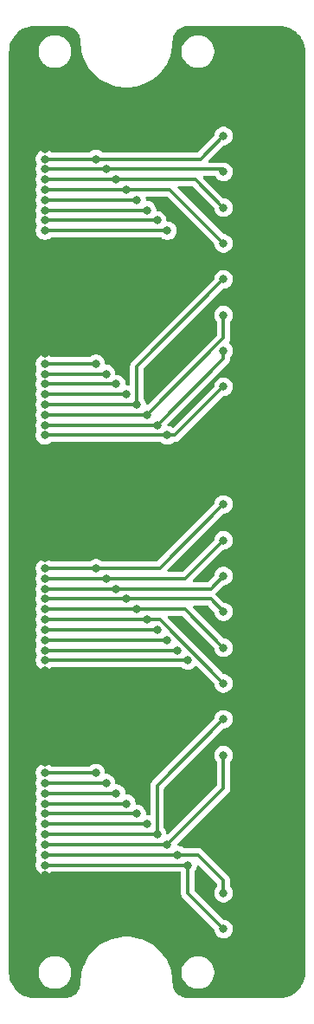
<source format=gbr>
%TF.GenerationSoftware,KiCad,Pcbnew,9.0.0*%
%TF.CreationDate,2025-03-09T10:14:36+03:00*%
%TF.ProjectId,PM_LED-18,504d5f4c-4544-42d3-9138-2e6b69636164,rev?*%
%TF.SameCoordinates,Original*%
%TF.FileFunction,Copper,L2,Bot*%
%TF.FilePolarity,Positive*%
%FSLAX46Y46*%
G04 Gerber Fmt 4.6, Leading zero omitted, Abs format (unit mm)*
G04 Created by KiCad (PCBNEW 9.0.0) date 2025-03-09 10:14:36*
%MOMM*%
%LPD*%
G01*
G04 APERTURE LIST*
%TA.AperFunction,ViaPad*%
%ADD10C,0.800000*%
%TD*%
%TA.AperFunction,Conductor*%
%ADD11C,0.300000*%
%TD*%
G04 APERTURE END LIST*
D10*
%TO.N,GND*%
X-11000000Y-24500000D03*
X-11000000Y-4500000D03*
X-11000000Y15500000D03*
X-11000000Y-15500000D03*
X-11000000Y35500000D03*
X-11000000Y24500000D03*
X-11000000Y-35500000D03*
X-11000000Y4500000D03*
%TO.N,/LEDa.2*%
X-11000000Y32500000D03*
X-4000000Y32500000D03*
X-11000000Y12500000D03*
X-4000000Y12500000D03*
X6500000Y29750000D03*
%TO.N,/LEDa.3*%
X-11000000Y11500000D03*
X-11000000Y31500000D03*
X-3000000Y31500000D03*
X-3000000Y11500000D03*
X6500000Y26250000D03*
%TO.N,/LEDa.4*%
X-11000000Y30500000D03*
X6500000Y22750000D03*
X-11000000Y10500000D03*
X-2000000Y10500000D03*
X-2000000Y30500000D03*
%TO.N,/LEDa.7*%
X-11000000Y27500000D03*
X1000000Y7500000D03*
X1000000Y27500000D03*
X-11000000Y7500000D03*
X6500000Y12250000D03*
%TO.N,/LEDa.5*%
X-1000000Y29500000D03*
X-1000000Y9500000D03*
X-11000000Y9500000D03*
X-11000000Y29500000D03*
X6500000Y19250000D03*
%TO.N,/LEDa.0*%
X-6000000Y14500000D03*
X6500000Y36750000D03*
X-11000000Y14500000D03*
X-11000000Y34500000D03*
X-6000000Y34500000D03*
%TO.N,/LEDa.1*%
X6500000Y33250000D03*
X-5000000Y13500000D03*
X-11000000Y13500000D03*
X-5000000Y33500000D03*
X-11000000Y33500000D03*
%TO.N,/LEDa.6*%
X0Y28500000D03*
X-11000000Y8500000D03*
X-11000000Y28500000D03*
X0Y8500000D03*
X6500000Y15750000D03*
%TO.N,/LEDb.6*%
X0Y-31500000D03*
X0Y-11500000D03*
X-11000000Y-31500000D03*
X-11000000Y-11500000D03*
X6500000Y-20250000D03*
%TO.N,/LEDc.0*%
X2000000Y-33500000D03*
X2000000Y-13500000D03*
X-11000000Y-33500000D03*
X6500000Y-37250000D03*
X-11000000Y-13500000D03*
%TO.N,/LEDb.0*%
X-11000000Y-5500000D03*
X-6000000Y-5500000D03*
X-11000000Y-25500000D03*
X6500000Y750000D03*
X-6000000Y-25500000D03*
%TO.N,/LEDb.2*%
X-11000000Y-27500000D03*
X-4000000Y-7500000D03*
X-11000000Y-7500000D03*
X-4000000Y-27500000D03*
X6500000Y-6250000D03*
%TO.N,/LEDb.5*%
X-11000000Y-30500000D03*
X-1000000Y-10500000D03*
X-1000000Y-30500000D03*
X6500000Y-16750000D03*
X-11000000Y-10500000D03*
%TO.N,/LEDb.1*%
X-5000000Y-6500000D03*
X-11000000Y-6500000D03*
X-11000000Y-26500000D03*
X-5000000Y-26500000D03*
X6500000Y-2750000D03*
%TO.N,/LEDc.1*%
X-11000000Y-14500000D03*
X-11000000Y-34500000D03*
X3000000Y-34500000D03*
X3000000Y-14500000D03*
X6500000Y-40750000D03*
%TO.N,/LEDb.4*%
X-11000000Y-29500000D03*
X-2000000Y-9500000D03*
X-11000000Y-9500000D03*
X6500000Y-13250000D03*
X-2000000Y-29500000D03*
%TO.N,/LEDb.7*%
X1000000Y-32500000D03*
X6500000Y-23750000D03*
X-11000000Y-32500000D03*
X-11000000Y-12500000D03*
X1000000Y-12500000D03*
%TO.N,/LEDb.3*%
X-11000000Y-28500000D03*
X6500000Y-9750000D03*
X-11000000Y-8500000D03*
X-3000000Y-8500000D03*
X-3000000Y-28500000D03*
%TD*%
D11*
%TO.N,/LEDa.2*%
X3750000Y32500000D02*
X6500000Y29750000D01*
X-4000000Y32500000D02*
X-11000000Y32500000D01*
X-4000000Y12500000D02*
X-11000000Y12500000D01*
X-4000000Y32500000D02*
X3750000Y32500000D01*
%TO.N,/LEDa.3*%
X-3000000Y31500000D02*
X1250000Y31500000D01*
X1250000Y31500000D02*
X6500000Y26250000D01*
X-3000000Y11500000D02*
X-11000000Y11500000D01*
X-3000000Y31500000D02*
X-11000000Y31500000D01*
%TO.N,/LEDa.4*%
X-2000000Y14250000D02*
X6500000Y22750000D01*
X-2000000Y30500000D02*
X-11000000Y30500000D01*
X-2000000Y10500000D02*
X-2000000Y14250000D01*
X-2000000Y10500000D02*
X-11000000Y10500000D01*
%TO.N,/LEDa.7*%
X1000000Y7500000D02*
X-11000000Y7500000D01*
X1750000Y7500000D02*
X6500000Y12250000D01*
X1000000Y7500000D02*
X1750000Y7500000D01*
X1000000Y27500000D02*
X-11000000Y27500000D01*
%TO.N,/LEDa.5*%
X-1000000Y9500000D02*
X-11000000Y9500000D01*
X-1000000Y29500000D02*
X-11000000Y29500000D01*
X6500000Y17000000D02*
X6500000Y19250000D01*
X-1000000Y9500000D02*
X6500000Y17000000D01*
%TO.N,/LEDa.0*%
X-6000000Y34500000D02*
X-11000000Y34500000D01*
X-6000000Y34500000D02*
X4250000Y34500000D01*
X-6000000Y14500000D02*
X-11000000Y14500000D01*
X4250000Y34500000D02*
X6500000Y36750000D01*
%TO.N,/LEDa.1*%
X-5000000Y33500000D02*
X6250000Y33500000D01*
X6250000Y33500000D02*
X6500000Y33250000D01*
X-5000000Y13500000D02*
X-11000000Y13500000D01*
X-5000000Y33500000D02*
X-11000000Y33500000D01*
%TO.N,/LEDa.6*%
X0Y8500000D02*
X6500000Y15000000D01*
X0Y28500000D02*
X-11000000Y28500000D01*
X0Y8500000D02*
X-11000000Y8500000D01*
X6500000Y15000000D02*
X6500000Y15750000D01*
%TO.N,/LEDb.6*%
X0Y-31500000D02*
X0Y-26750000D01*
X0Y-26750000D02*
X6500000Y-20250000D01*
X0Y-11500000D02*
X-11000000Y-11500000D01*
X0Y-31500000D02*
X-11000000Y-31500000D01*
%TO.N,/LEDc.0*%
X2000000Y-33500000D02*
X4000000Y-33500000D01*
X2000000Y-13500000D02*
X-11000000Y-13500000D01*
X6500000Y-36000000D02*
X6500000Y-37250000D01*
X4000000Y-33500000D02*
X6500000Y-36000000D01*
X2000000Y-33500000D02*
X-11000000Y-33500000D01*
%TO.N,/LEDb.0*%
X-6000000Y-25500000D02*
X-11000000Y-25500000D01*
X-6000000Y-5500000D02*
X-11000000Y-5500000D01*
X-6000000Y-5500000D02*
X250000Y-5500000D01*
X250000Y-5500000D02*
X6500000Y750000D01*
%TO.N,/LEDb.2*%
X-4000000Y-7500000D02*
X-11000000Y-7500000D01*
X-4000000Y-27500000D02*
X-11000000Y-27500000D01*
X-4000000Y-7500000D02*
X5250000Y-7500000D01*
X5250000Y-7500000D02*
X6500000Y-6250000D01*
%TO.N,/LEDb.5*%
X-1000000Y-10500000D02*
X-11000000Y-10500000D01*
X-1000000Y-30500000D02*
X-11000000Y-30500000D01*
X-1000000Y-10500000D02*
X250000Y-10500000D01*
X250000Y-10500000D02*
X6500000Y-16750000D01*
%TO.N,/LEDb.1*%
X-5000000Y-6500000D02*
X-11000000Y-6500000D01*
X2750000Y-6500000D02*
X6500000Y-2750000D01*
X-5000000Y-6500000D02*
X2750000Y-6500000D01*
X-5000000Y-26500000D02*
X-11000000Y-26500000D01*
%TO.N,/LEDc.1*%
X3000000Y-37250000D02*
X6500000Y-40750000D01*
X3000000Y-34500000D02*
X-11000000Y-34500000D01*
X3000000Y-14500000D02*
X-11000000Y-14500000D01*
X3000000Y-34500000D02*
X3000000Y-37250000D01*
%TO.N,/LEDb.4*%
X2750000Y-9500000D02*
X6500000Y-13250000D01*
X-2000000Y-9500000D02*
X2750000Y-9500000D01*
X-2000000Y-9500000D02*
X-11000000Y-9500000D01*
X-2000000Y-29500000D02*
X-11000000Y-29500000D01*
%TO.N,/LEDb.7*%
X6500000Y-27000000D02*
X6500000Y-23750000D01*
X1000000Y-12500000D02*
X-11000000Y-12500000D01*
X1000000Y-32500000D02*
X-11000000Y-32500000D01*
X1000000Y-32500000D02*
X6500000Y-27000000D01*
%TO.N,/LEDb.3*%
X-3000000Y-8500000D02*
X5250000Y-8500000D01*
X5250000Y-8500000D02*
X6500000Y-9750000D01*
X-3000000Y-28500000D02*
X-11000000Y-28500000D01*
X-3000000Y-8500000D02*
X-11000000Y-8500000D01*
%TD*%
%TA.AperFunction,Conductor*%
%TO.N,GND*%
G36*
X-8995582Y47499184D02*
G01*
X-8795439Y47484870D01*
X-8777937Y47482353D01*
X-8586203Y47440645D01*
X-8569245Y47435666D01*
X-8385391Y47367091D01*
X-8369299Y47359741D01*
X-8197096Y47265712D01*
X-8182216Y47256151D01*
X-8025133Y47138559D01*
X-8011763Y47126973D01*
X-7873028Y46988238D01*
X-7861442Y46974868D01*
X-7784671Y46872314D01*
X-7743854Y46817790D01*
X-7734289Y46802905D01*
X-7640260Y46630702D01*
X-7632910Y46614610D01*
X-7564338Y46430764D01*
X-7559354Y46413788D01*
X-7517649Y46222069D01*
X-7515131Y46204558D01*
X-7500816Y46004420D01*
X-7500500Y45995573D01*
X-7500500Y45791932D01*
X-7462105Y45377572D01*
X-7462105Y45377571D01*
X-7442447Y45272413D01*
X-7385637Y44968507D01*
X-7271755Y44568252D01*
X-7148560Y44250250D01*
X-7121426Y44180209D01*
X-7121425Y44180207D01*
X-7010456Y43957351D01*
X-6935937Y43807697D01*
X-6716867Y43453887D01*
X-6705557Y43438910D01*
X-6501614Y43168845D01*
X-6466086Y43121799D01*
X-6185733Y42814267D01*
X-5878201Y42533914D01*
X-5546113Y42283133D01*
X-5192303Y42064063D01*
X-4819788Y41878573D01*
X-4431748Y41728245D01*
X-4031501Y41614366D01*
X-4031501Y41614365D01*
X-4031499Y41614365D01*
X-4031493Y41614363D01*
X-3622437Y41537897D01*
X-3622432Y41537897D01*
X-3622429Y41537896D01*
X-3422703Y41519389D01*
X-3208071Y41499500D01*
X-3208068Y41499500D01*
X-2791932Y41499500D01*
X-2791929Y41499500D01*
X-2532505Y41523540D01*
X-2377572Y41537896D01*
X-2377571Y41537896D01*
X-2377569Y41537897D01*
X-2377563Y41537897D01*
X-1968507Y41614363D01*
X-1568252Y41728245D01*
X-1180212Y41878573D01*
X-807697Y42064063D01*
X-453887Y42283133D01*
X-121799Y42533914D01*
X185733Y42814267D01*
X466086Y43121799D01*
X716867Y43453887D01*
X935937Y43807697D01*
X1121427Y44180212D01*
X1271755Y44568252D01*
X1385637Y44968507D01*
X1415071Y45125962D01*
X2399500Y45125962D01*
X2399500Y44874039D01*
X2438910Y44625215D01*
X2516760Y44385617D01*
X2631132Y44161152D01*
X2779201Y43957351D01*
X2779205Y43957346D01*
X2957345Y43779206D01*
X2957350Y43779202D01*
X3123653Y43658377D01*
X3161155Y43631130D01*
X3304184Y43558253D01*
X3385616Y43516761D01*
X3385618Y43516761D01*
X3385621Y43516759D01*
X3625215Y43438910D01*
X3874038Y43399500D01*
X3874039Y43399500D01*
X4125961Y43399500D01*
X4125962Y43399500D01*
X4374785Y43438910D01*
X4614379Y43516759D01*
X4838845Y43631130D01*
X5042656Y43779207D01*
X5220793Y43957344D01*
X5368870Y44161155D01*
X5483241Y44385621D01*
X5561090Y44625215D01*
X5600500Y44874038D01*
X5600500Y45125962D01*
X5561090Y45374785D01*
X5483241Y45614379D01*
X5483239Y45614382D01*
X5483239Y45614384D01*
X5441747Y45695816D01*
X5368870Y45838845D01*
X5349952Y45864883D01*
X5220798Y46042650D01*
X5220794Y46042655D01*
X5042654Y46220795D01*
X5042649Y46220799D01*
X4838848Y46368868D01*
X4838847Y46368869D01*
X4838845Y46368870D01*
X4751332Y46413460D01*
X4614383Y46483240D01*
X4374785Y46561090D01*
X4125962Y46600500D01*
X3874038Y46600500D01*
X3749626Y46580795D01*
X3625214Y46561090D01*
X3385616Y46483240D01*
X3161151Y46368868D01*
X2957350Y46220799D01*
X2957345Y46220795D01*
X2779205Y46042655D01*
X2779201Y46042650D01*
X2631132Y45838849D01*
X2516760Y45614384D01*
X2438910Y45374786D01*
X2399500Y45125962D01*
X1415071Y45125962D01*
X1462103Y45377563D01*
X1500500Y45791929D01*
X1500500Y45995573D01*
X1500816Y46004419D01*
X1511318Y46151252D01*
X1515131Y46204566D01*
X1517646Y46222062D01*
X1559356Y46413801D01*
X1564333Y46430752D01*
X1632911Y46614615D01*
X1640259Y46630702D01*
X1702815Y46745266D01*
X1734291Y46802911D01*
X1743845Y46817779D01*
X1861448Y46974877D01*
X1873020Y46988231D01*
X2011769Y47126980D01*
X2025123Y47138552D01*
X2182221Y47256155D01*
X2197089Y47265709D01*
X2369298Y47359742D01*
X2385385Y47367089D01*
X2569248Y47435667D01*
X2586199Y47440644D01*
X2777938Y47482354D01*
X2795437Y47484870D01*
X2995547Y47499183D01*
X3004446Y47499498D01*
X11925740Y47495244D01*
X11926285Y47495208D01*
X11934108Y47495208D01*
X11996249Y47495208D01*
X12003736Y47494982D01*
X12293278Y47477468D01*
X12308141Y47475664D01*
X12589770Y47424053D01*
X12604307Y47420470D01*
X12877650Y47335292D01*
X12891646Y47329984D01*
X13152741Y47212474D01*
X13165999Y47205516D01*
X13411020Y47057397D01*
X13423338Y47048895D01*
X13517827Y46974868D01*
X13648727Y46872314D01*
X13659935Y46862384D01*
X13862383Y46659936D01*
X13872313Y46648728D01*
X14043077Y46430764D01*
X14048890Y46423345D01*
X14057396Y46411021D01*
X14205515Y46166000D01*
X14212473Y46152742D01*
X14329983Y45891647D01*
X14335293Y45877646D01*
X14420468Y45604309D01*
X14424052Y45589771D01*
X14475662Y45308143D01*
X14477467Y45293278D01*
X14494982Y45003737D01*
X14495208Y44996250D01*
X14495208Y-44996249D01*
X14494982Y-45003736D01*
X14477467Y-45293277D01*
X14475662Y-45308142D01*
X14424052Y-45589770D01*
X14420468Y-45604308D01*
X14335293Y-45877645D01*
X14329983Y-45891646D01*
X14212473Y-46152741D01*
X14205515Y-46165999D01*
X14057396Y-46411020D01*
X14048890Y-46423344D01*
X13872313Y-46648727D01*
X13862383Y-46659935D01*
X13659935Y-46862383D01*
X13648727Y-46872313D01*
X13423344Y-47048890D01*
X13411020Y-47057396D01*
X13165999Y-47205515D01*
X13152741Y-47212473D01*
X12891646Y-47329983D01*
X12877645Y-47335293D01*
X12604308Y-47420468D01*
X12589770Y-47424052D01*
X12308142Y-47475662D01*
X12293277Y-47477467D01*
X12003736Y-47494982D01*
X12001876Y-47495080D01*
X11999058Y-47495208D01*
X11934108Y-47495208D01*
X11920848Y-47498760D01*
X11907393Y-47499372D01*
X11905765Y-47498973D01*
X11901766Y-47499500D01*
X3004428Y-47499500D01*
X2995582Y-47499184D01*
X2973622Y-47497613D01*
X2795442Y-47484869D01*
X2777931Y-47482351D01*
X2586212Y-47440646D01*
X2569236Y-47435662D01*
X2385390Y-47367090D01*
X2369298Y-47359740D01*
X2197095Y-47265711D01*
X2182210Y-47256146D01*
X2124837Y-47213197D01*
X2025132Y-47138558D01*
X2011762Y-47126972D01*
X1873027Y-46988237D01*
X1861441Y-46974867D01*
X1787075Y-46875526D01*
X1743849Y-46817784D01*
X1734288Y-46802904D01*
X1640259Y-46630701D01*
X1632909Y-46614609D01*
X1589588Y-46498462D01*
X1564334Y-46430755D01*
X1559355Y-46413797D01*
X1517647Y-46222063D01*
X1515130Y-46204556D01*
X1512372Y-46165999D01*
X1500816Y-46004418D01*
X1500500Y-45995572D01*
X1500500Y-45791931D01*
X1462104Y-45377571D01*
X1462104Y-45377570D01*
X1462103Y-45377563D01*
X1385637Y-44968507D01*
X1358758Y-44874038D01*
X2399500Y-44874038D01*
X2399500Y-44921750D01*
X2399500Y-45125962D01*
X2406787Y-45171969D01*
X2438910Y-45374785D01*
X2516760Y-45614383D01*
X2631132Y-45838848D01*
X2779201Y-46042649D01*
X2779205Y-46042654D01*
X2957345Y-46220794D01*
X2957350Y-46220798D01*
X3135117Y-46349952D01*
X3161155Y-46368870D01*
X3282627Y-46430763D01*
X3385616Y-46483239D01*
X3385618Y-46483239D01*
X3385621Y-46483241D01*
X3625215Y-46561090D01*
X3874038Y-46600500D01*
X3874039Y-46600500D01*
X4125961Y-46600500D01*
X4125962Y-46600500D01*
X4374785Y-46561090D01*
X4614379Y-46483241D01*
X4838845Y-46368870D01*
X5042656Y-46220793D01*
X5220793Y-46042656D01*
X5368870Y-45838845D01*
X5483241Y-45614379D01*
X5561090Y-45374785D01*
X5600500Y-45125962D01*
X5600500Y-44874038D01*
X5561090Y-44625215D01*
X5483241Y-44385621D01*
X5483239Y-44385618D01*
X5483239Y-44385616D01*
X5414266Y-44250250D01*
X5368870Y-44161155D01*
X5349952Y-44135117D01*
X5220798Y-43957350D01*
X5220794Y-43957345D01*
X5042654Y-43779205D01*
X5042649Y-43779201D01*
X4838848Y-43631132D01*
X4838847Y-43631131D01*
X4838845Y-43631130D01*
X4768747Y-43595413D01*
X4614383Y-43516760D01*
X4374785Y-43438910D01*
X4125962Y-43399500D01*
X3874038Y-43399500D01*
X3749626Y-43419205D01*
X3625214Y-43438910D01*
X3385616Y-43516760D01*
X3161151Y-43631132D01*
X2957350Y-43779201D01*
X2957345Y-43779205D01*
X2779205Y-43957345D01*
X2779201Y-43957350D01*
X2631132Y-44161151D01*
X2516760Y-44385616D01*
X2438910Y-44625214D01*
X2415886Y-44770581D01*
X2399500Y-44874038D01*
X1358758Y-44874038D01*
X1271755Y-44568252D01*
X1121427Y-44180212D01*
X935937Y-43807697D01*
X716867Y-43453887D01*
X544843Y-43226091D01*
X466090Y-43121804D01*
X466083Y-43121796D01*
X185733Y-42814267D01*
X-121799Y-42533914D01*
X-121802Y-42533912D01*
X-121805Y-42533909D01*
X-453886Y-42283134D01*
X-453887Y-42283133D01*
X-807697Y-42064063D01*
X-807705Y-42064059D01*
X-1180207Y-41878575D01*
X-1180209Y-41878574D01*
X-1247385Y-41852550D01*
X-1568252Y-41728245D01*
X-1568266Y-41728241D01*
X-1568269Y-41728240D01*
X-1968500Y-41614365D01*
X-1968500Y-41614364D01*
X-2377572Y-41537895D01*
X-2712162Y-41506891D01*
X-2791929Y-41499500D01*
X-3208071Y-41499500D01*
X-3283029Y-41506445D01*
X-3622429Y-41537895D01*
X-3622430Y-41537895D01*
X-4031501Y-41614364D01*
X-4031501Y-41614365D01*
X-4431732Y-41728240D01*
X-4431742Y-41728243D01*
X-4431748Y-41728245D01*
X-4592182Y-41790397D01*
X-4819792Y-41878574D01*
X-4819794Y-41878575D01*
X-5192296Y-42064059D01*
X-5192302Y-42064062D01*
X-5546115Y-42283134D01*
X-5878196Y-42533909D01*
X-5878204Y-42533916D01*
X-6185733Y-42814267D01*
X-6466084Y-43121796D01*
X-6466091Y-43121804D01*
X-6716866Y-43453885D01*
X-6935938Y-43807698D01*
X-6935941Y-43807704D01*
X-7121425Y-44180206D01*
X-7121426Y-44180208D01*
X-7148560Y-44250250D01*
X-7254760Y-44524385D01*
X-7271755Y-44568253D01*
X-7271760Y-44568268D01*
X-7385635Y-44968499D01*
X-7385636Y-44968499D01*
X-7462105Y-45377570D01*
X-7462105Y-45377571D01*
X-7500500Y-45791931D01*
X-7500500Y-45995572D01*
X-7500816Y-46004418D01*
X-7500816Y-46004419D01*
X-7515131Y-46204557D01*
X-7517649Y-46222068D01*
X-7559354Y-46413787D01*
X-7564338Y-46430763D01*
X-7632910Y-46614609D01*
X-7640260Y-46630701D01*
X-7734289Y-46802904D01*
X-7743854Y-46817789D01*
X-7861442Y-46974867D01*
X-7873028Y-46988237D01*
X-8011763Y-47126972D01*
X-8025133Y-47138558D01*
X-8182211Y-47256146D01*
X-8197096Y-47265711D01*
X-8369299Y-47359740D01*
X-8385391Y-47367090D01*
X-8569237Y-47435662D01*
X-8586213Y-47440646D01*
X-8777932Y-47482351D01*
X-8795443Y-47484869D01*
X-8976221Y-47497799D01*
X-8995583Y-47499184D01*
X-9004428Y-47499500D01*
X-11996249Y-47499500D01*
X-12003736Y-47499274D01*
X-12293795Y-47481728D01*
X-12308660Y-47479923D01*
X-12590799Y-47428219D01*
X-12605337Y-47424635D01*
X-12879168Y-47339306D01*
X-12893169Y-47333997D01*
X-13154737Y-47216275D01*
X-13167996Y-47209316D01*
X-13413460Y-47060928D01*
X-13425783Y-47052422D01*
X-13651574Y-46875526D01*
X-13662782Y-46865596D01*
X-13865597Y-46662781D01*
X-13875527Y-46651573D01*
X-13946416Y-46561090D01*
X-14052427Y-46425776D01*
X-14060925Y-46413465D01*
X-14209320Y-46167989D01*
X-14216273Y-46154743D01*
X-14334000Y-45893163D01*
X-14339307Y-45879167D01*
X-14424636Y-45605336D01*
X-14428220Y-45590798D01*
X-14479924Y-45308659D01*
X-14481729Y-45293794D01*
X-14499274Y-45003736D01*
X-14499500Y-44996249D01*
X-14499500Y-44874038D01*
X-11600500Y-44874038D01*
X-11600500Y-44921750D01*
X-11600500Y-45125962D01*
X-11593213Y-45171969D01*
X-11561090Y-45374785D01*
X-11483240Y-45614383D01*
X-11368868Y-45838848D01*
X-11220799Y-46042649D01*
X-11220795Y-46042654D01*
X-11042655Y-46220794D01*
X-11042650Y-46220798D01*
X-10864883Y-46349952D01*
X-10838845Y-46368870D01*
X-10717373Y-46430763D01*
X-10614384Y-46483239D01*
X-10614382Y-46483239D01*
X-10614379Y-46483241D01*
X-10374785Y-46561090D01*
X-10125962Y-46600500D01*
X-10125961Y-46600500D01*
X-9874039Y-46600500D01*
X-9874038Y-46600500D01*
X-9625215Y-46561090D01*
X-9385621Y-46483241D01*
X-9161155Y-46368870D01*
X-8957344Y-46220793D01*
X-8779207Y-46042656D01*
X-8631130Y-45838845D01*
X-8516759Y-45614379D01*
X-8438910Y-45374785D01*
X-8399500Y-45125962D01*
X-8399500Y-44874038D01*
X-8438910Y-44625215D01*
X-8516759Y-44385621D01*
X-8516761Y-44385618D01*
X-8516761Y-44385616D01*
X-8585734Y-44250250D01*
X-8631130Y-44161155D01*
X-8650048Y-44135117D01*
X-8779202Y-43957350D01*
X-8779206Y-43957345D01*
X-8957346Y-43779205D01*
X-8957351Y-43779201D01*
X-9161152Y-43631132D01*
X-9161153Y-43631131D01*
X-9161155Y-43631130D01*
X-9231253Y-43595413D01*
X-9385617Y-43516760D01*
X-9625215Y-43438910D01*
X-9874038Y-43399500D01*
X-10125962Y-43399500D01*
X-10250374Y-43419205D01*
X-10374786Y-43438910D01*
X-10614384Y-43516760D01*
X-10838849Y-43631132D01*
X-11042650Y-43779201D01*
X-11042655Y-43779205D01*
X-11220795Y-43957345D01*
X-11220799Y-43957350D01*
X-11368868Y-44161151D01*
X-11483240Y-44385616D01*
X-11561090Y-44625214D01*
X-11584114Y-44770581D01*
X-11600500Y-44874038D01*
X-14499500Y-44874038D01*
X-14499500Y-25411304D01*
X-11900500Y-25411304D01*
X-11900500Y-25588695D01*
X-11865897Y-25762658D01*
X-11865894Y-25762667D01*
X-11798017Y-25926540D01*
X-11798010Y-25926553D01*
X-11794963Y-25931113D01*
X-11774088Y-25997792D01*
X-11792575Y-26065171D01*
X-11794963Y-26068887D01*
X-11798010Y-26073446D01*
X-11798017Y-26073459D01*
X-11865894Y-26237332D01*
X-11865897Y-26237341D01*
X-11900500Y-26411304D01*
X-11900500Y-26588695D01*
X-11865897Y-26762658D01*
X-11865894Y-26762667D01*
X-11798017Y-26926540D01*
X-11798010Y-26926553D01*
X-11794963Y-26931113D01*
X-11774088Y-26997792D01*
X-11792575Y-27065171D01*
X-11794963Y-27068887D01*
X-11798010Y-27073446D01*
X-11798017Y-27073459D01*
X-11865894Y-27237332D01*
X-11865897Y-27237341D01*
X-11900500Y-27411304D01*
X-11900500Y-27588695D01*
X-11865897Y-27762658D01*
X-11865894Y-27762667D01*
X-11798017Y-27926540D01*
X-11798010Y-27926553D01*
X-11794963Y-27931113D01*
X-11774088Y-27997792D01*
X-11792575Y-28065171D01*
X-11794963Y-28068887D01*
X-11798010Y-28073446D01*
X-11798017Y-28073459D01*
X-11865894Y-28237332D01*
X-11865897Y-28237341D01*
X-11900500Y-28411304D01*
X-11900500Y-28588695D01*
X-11865897Y-28762658D01*
X-11865894Y-28762667D01*
X-11798017Y-28926540D01*
X-11798010Y-28926553D01*
X-11794963Y-28931113D01*
X-11774088Y-28997792D01*
X-11792575Y-29065171D01*
X-11794963Y-29068887D01*
X-11798010Y-29073446D01*
X-11798017Y-29073459D01*
X-11865894Y-29237332D01*
X-11865897Y-29237341D01*
X-11900500Y-29411304D01*
X-11900500Y-29588695D01*
X-11865897Y-29762658D01*
X-11865894Y-29762667D01*
X-11798017Y-29926540D01*
X-11798010Y-29926553D01*
X-11794963Y-29931113D01*
X-11774088Y-29997792D01*
X-11792575Y-30065171D01*
X-11794963Y-30068887D01*
X-11798010Y-30073446D01*
X-11798017Y-30073459D01*
X-11865894Y-30237332D01*
X-11865897Y-30237341D01*
X-11900500Y-30411304D01*
X-11900500Y-30588695D01*
X-11865897Y-30762658D01*
X-11865894Y-30762667D01*
X-11798017Y-30926540D01*
X-11798010Y-30926553D01*
X-11794963Y-30931113D01*
X-11774088Y-30997792D01*
X-11792575Y-31065171D01*
X-11794963Y-31068887D01*
X-11798010Y-31073446D01*
X-11798017Y-31073459D01*
X-11865894Y-31237332D01*
X-11865897Y-31237341D01*
X-11900500Y-31411304D01*
X-11900500Y-31588695D01*
X-11865897Y-31762658D01*
X-11865894Y-31762667D01*
X-11798017Y-31926540D01*
X-11798010Y-31926553D01*
X-11794963Y-31931113D01*
X-11774088Y-31997792D01*
X-11792575Y-32065171D01*
X-11794963Y-32068887D01*
X-11798010Y-32073446D01*
X-11798017Y-32073459D01*
X-11865894Y-32237332D01*
X-11865897Y-32237341D01*
X-11900500Y-32411304D01*
X-11900500Y-32588695D01*
X-11865897Y-32762658D01*
X-11865894Y-32762667D01*
X-11798017Y-32926540D01*
X-11798010Y-32926553D01*
X-11794963Y-32931113D01*
X-11774088Y-32997792D01*
X-11792575Y-33065171D01*
X-11794963Y-33068887D01*
X-11798010Y-33073446D01*
X-11798017Y-33073459D01*
X-11865894Y-33237332D01*
X-11865897Y-33237341D01*
X-11900500Y-33411304D01*
X-11900500Y-33588695D01*
X-11865897Y-33762658D01*
X-11865894Y-33762667D01*
X-11798017Y-33926540D01*
X-11798010Y-33926553D01*
X-11794963Y-33931113D01*
X-11774088Y-33997792D01*
X-11792575Y-34065171D01*
X-11794963Y-34068887D01*
X-11798010Y-34073446D01*
X-11798017Y-34073459D01*
X-11865894Y-34237332D01*
X-11865897Y-34237341D01*
X-11900500Y-34411304D01*
X-11900500Y-34588695D01*
X-11865897Y-34762658D01*
X-11865894Y-34762667D01*
X-11798017Y-34926540D01*
X-11798010Y-34926553D01*
X-11699465Y-35074034D01*
X-11699462Y-35074038D01*
X-11574039Y-35199461D01*
X-11574035Y-35199464D01*
X-11426554Y-35298009D01*
X-11426541Y-35298016D01*
X-11303637Y-35348923D01*
X-11262666Y-35365894D01*
X-11262664Y-35365894D01*
X-11262659Y-35365896D01*
X-11088696Y-35400499D01*
X-11088693Y-35400500D01*
X-11088691Y-35400500D01*
X-10911307Y-35400500D01*
X-10911306Y-35400499D01*
X-10853318Y-35388964D01*
X-10737342Y-35365896D01*
X-10737339Y-35365894D01*
X-10737334Y-35365894D01*
X-10573453Y-35298013D01*
X-10425965Y-35199464D01*
X-10425962Y-35199461D01*
X-10413319Y-35186819D01*
X-10351996Y-35153334D01*
X-10325638Y-35150500D01*
X2225500Y-35150500D01*
X2292539Y-35170185D01*
X2338294Y-35222989D01*
X2349500Y-35274500D01*
X2349500Y-37314069D01*
X2349500Y-37314071D01*
X2349499Y-37314071D01*
X2374497Y-37439738D01*
X2374499Y-37439744D01*
X2423534Y-37558125D01*
X2494726Y-37664673D01*
X2494727Y-37664674D01*
X5563181Y-40733127D01*
X5596666Y-40794450D01*
X5599500Y-40820808D01*
X5599500Y-40838695D01*
X5634103Y-41012658D01*
X5634106Y-41012667D01*
X5701983Y-41176540D01*
X5701990Y-41176553D01*
X5800535Y-41324034D01*
X5800538Y-41324038D01*
X5925961Y-41449461D01*
X5925965Y-41449464D01*
X6073446Y-41548009D01*
X6073459Y-41548016D01*
X6196363Y-41598923D01*
X6237334Y-41615894D01*
X6237336Y-41615894D01*
X6237341Y-41615896D01*
X6411304Y-41650499D01*
X6411307Y-41650500D01*
X6411309Y-41650500D01*
X6588693Y-41650500D01*
X6588694Y-41650499D01*
X6646682Y-41638964D01*
X6762658Y-41615896D01*
X6762661Y-41615894D01*
X6762666Y-41615894D01*
X6926547Y-41548013D01*
X7074035Y-41449464D01*
X7199464Y-41324035D01*
X7298013Y-41176547D01*
X7365894Y-41012666D01*
X7400500Y-40838691D01*
X7400500Y-40661309D01*
X7400500Y-40661306D01*
X7400499Y-40661304D01*
X7365896Y-40487341D01*
X7365893Y-40487332D01*
X7298016Y-40323459D01*
X7298009Y-40323446D01*
X7199464Y-40175965D01*
X7199461Y-40175961D01*
X7074038Y-40050538D01*
X7074034Y-40050535D01*
X6926553Y-39951990D01*
X6926540Y-39951983D01*
X6762667Y-39884106D01*
X6762658Y-39884103D01*
X6588694Y-39849500D01*
X6588691Y-39849500D01*
X6570808Y-39849500D01*
X6503769Y-39829815D01*
X6483127Y-39813181D01*
X3686819Y-37016873D01*
X3653334Y-36955550D01*
X3650500Y-36929192D01*
X3650500Y-35174361D01*
X3670185Y-35107322D01*
X3686816Y-35086682D01*
X3699464Y-35074035D01*
X3798013Y-34926547D01*
X3865894Y-34762666D01*
X3899746Y-34592479D01*
X3932130Y-34530569D01*
X3992846Y-34495995D01*
X4062616Y-34499734D01*
X4109044Y-34528990D01*
X5813181Y-36233127D01*
X5846666Y-36294450D01*
X5849500Y-36320808D01*
X5849500Y-36575638D01*
X5829815Y-36642677D01*
X5813181Y-36663319D01*
X5800538Y-36675961D01*
X5800535Y-36675965D01*
X5701990Y-36823446D01*
X5701983Y-36823459D01*
X5634106Y-36987332D01*
X5634103Y-36987341D01*
X5599500Y-37161304D01*
X5599500Y-37338695D01*
X5634103Y-37512658D01*
X5634106Y-37512667D01*
X5701983Y-37676540D01*
X5701990Y-37676553D01*
X5800535Y-37824034D01*
X5800538Y-37824038D01*
X5925961Y-37949461D01*
X5925965Y-37949464D01*
X6073446Y-38048009D01*
X6073459Y-38048016D01*
X6196363Y-38098923D01*
X6237334Y-38115894D01*
X6237336Y-38115894D01*
X6237341Y-38115896D01*
X6411304Y-38150499D01*
X6411307Y-38150500D01*
X6411309Y-38150500D01*
X6588693Y-38150500D01*
X6588694Y-38150499D01*
X6646682Y-38138964D01*
X6762658Y-38115896D01*
X6762661Y-38115894D01*
X6762666Y-38115894D01*
X6926547Y-38048013D01*
X7074035Y-37949464D01*
X7199464Y-37824035D01*
X7298013Y-37676547D01*
X7365894Y-37512666D01*
X7380401Y-37439738D01*
X7400499Y-37338695D01*
X7400500Y-37338693D01*
X7400500Y-37161306D01*
X7400499Y-37161304D01*
X7365896Y-36987341D01*
X7365893Y-36987332D01*
X7298016Y-36823459D01*
X7298009Y-36823446D01*
X7199464Y-36675965D01*
X7199461Y-36675961D01*
X7186819Y-36663319D01*
X7153334Y-36601996D01*
X7150500Y-36575638D01*
X7150500Y-35935928D01*
X7125502Y-35810261D01*
X7125501Y-35810260D01*
X7125501Y-35810256D01*
X7076465Y-35691873D01*
X7005277Y-35585331D01*
X7005275Y-35585329D01*
X7005273Y-35585326D01*
X4414673Y-32994726D01*
X4319468Y-32931113D01*
X4308127Y-32923535D01*
X4189744Y-32874499D01*
X4189738Y-32874497D01*
X4064071Y-32849500D01*
X4064069Y-32849500D01*
X2674362Y-32849500D01*
X2607323Y-32829815D01*
X2586681Y-32813181D01*
X2574038Y-32800538D01*
X2574034Y-32800535D01*
X2426553Y-32701990D01*
X2426540Y-32701983D01*
X2262667Y-32634106D01*
X2262658Y-32634103D01*
X2092480Y-32600253D01*
X2030569Y-32567868D01*
X1995994Y-32507152D01*
X1999734Y-32437383D01*
X2028988Y-32390957D01*
X7005277Y-27414669D01*
X7076466Y-27308126D01*
X7105789Y-27237334D01*
X7125501Y-27189744D01*
X7137915Y-27127334D01*
X7150500Y-27064071D01*
X7150500Y-24424361D01*
X7170185Y-24357322D01*
X7186816Y-24336682D01*
X7199464Y-24324035D01*
X7298013Y-24176547D01*
X7365894Y-24012666D01*
X7400500Y-23838691D01*
X7400500Y-23661309D01*
X7400500Y-23661306D01*
X7400499Y-23661304D01*
X7365896Y-23487341D01*
X7365893Y-23487332D01*
X7298016Y-23323459D01*
X7298009Y-23323446D01*
X7199464Y-23175965D01*
X7199461Y-23175961D01*
X7074038Y-23050538D01*
X7074034Y-23050535D01*
X6926553Y-22951990D01*
X6926540Y-22951983D01*
X6762667Y-22884106D01*
X6762658Y-22884103D01*
X6588694Y-22849500D01*
X6588691Y-22849500D01*
X6411309Y-22849500D01*
X6411306Y-22849500D01*
X6237341Y-22884103D01*
X6237332Y-22884106D01*
X6073459Y-22951983D01*
X6073446Y-22951990D01*
X5925965Y-23050535D01*
X5925961Y-23050538D01*
X5800538Y-23175961D01*
X5800535Y-23175965D01*
X5701990Y-23323446D01*
X5701983Y-23323459D01*
X5634106Y-23487332D01*
X5634103Y-23487341D01*
X5599500Y-23661304D01*
X5599500Y-23838695D01*
X5634103Y-24012658D01*
X5634106Y-24012667D01*
X5701983Y-24176540D01*
X5701990Y-24176553D01*
X5800534Y-24324033D01*
X5800535Y-24324034D01*
X5800536Y-24324035D01*
X5813180Y-24336679D01*
X5846665Y-24397999D01*
X5849500Y-24424361D01*
X5849500Y-26679192D01*
X5829815Y-26746231D01*
X5813181Y-26766873D01*
X1109044Y-31471009D01*
X1047721Y-31504494D01*
X978029Y-31499510D01*
X922096Y-31457638D01*
X899746Y-31407519D01*
X865896Y-31237341D01*
X865893Y-31237332D01*
X798016Y-31073459D01*
X798009Y-31073446D01*
X699464Y-30925965D01*
X699461Y-30925961D01*
X686819Y-30913319D01*
X653334Y-30851996D01*
X650500Y-30825638D01*
X650500Y-27070807D01*
X670185Y-27003768D01*
X686819Y-26983126D01*
X6483126Y-21186819D01*
X6544449Y-21153334D01*
X6570807Y-21150500D01*
X6588693Y-21150500D01*
X6588694Y-21150499D01*
X6646682Y-21138964D01*
X6762658Y-21115896D01*
X6762661Y-21115894D01*
X6762666Y-21115894D01*
X6926547Y-21048013D01*
X7074035Y-20949464D01*
X7199464Y-20824035D01*
X7298013Y-20676547D01*
X7365894Y-20512666D01*
X7400500Y-20338691D01*
X7400500Y-20161309D01*
X7400500Y-20161306D01*
X7400499Y-20161304D01*
X7365896Y-19987341D01*
X7365893Y-19987332D01*
X7298016Y-19823459D01*
X7298009Y-19823446D01*
X7199464Y-19675965D01*
X7199461Y-19675961D01*
X7074038Y-19550538D01*
X7074034Y-19550535D01*
X6926553Y-19451990D01*
X6926540Y-19451983D01*
X6762667Y-19384106D01*
X6762658Y-19384103D01*
X6588694Y-19349500D01*
X6588691Y-19349500D01*
X6411309Y-19349500D01*
X6411306Y-19349500D01*
X6237341Y-19384103D01*
X6237332Y-19384106D01*
X6073459Y-19451983D01*
X6073446Y-19451990D01*
X5925965Y-19550535D01*
X5925961Y-19550538D01*
X5800538Y-19675961D01*
X5800535Y-19675965D01*
X5701990Y-19823446D01*
X5701983Y-19823459D01*
X5634106Y-19987332D01*
X5634103Y-19987341D01*
X5599500Y-20161304D01*
X5599500Y-20179191D01*
X5579815Y-20246230D01*
X5563181Y-20266872D01*
X-505273Y-26335325D01*
X-505276Y-26335328D01*
X-556044Y-26411308D01*
X-556043Y-26411309D01*
X-576466Y-26441874D01*
X-625501Y-26560255D01*
X-625503Y-26560261D01*
X-650500Y-26685928D01*
X-650500Y-29500283D01*
X-655179Y-29516214D01*
X-654844Y-29532817D01*
X-664819Y-29549047D01*
X-670185Y-29567322D01*
X-682733Y-29578194D01*
X-691428Y-29592343D01*
X-708595Y-29600604D01*
X-722989Y-29613077D01*
X-739940Y-29615688D01*
X-754387Y-29622641D01*
X-782062Y-29622178D01*
X-789674Y-29623351D01*
X-794222Y-29622790D01*
X-911309Y-29599500D01*
X-983115Y-29599500D01*
X-990674Y-29598568D01*
X-1016034Y-29587597D01*
X-1042539Y-29579815D01*
X-1047644Y-29573924D01*
X-1054801Y-29570828D01*
X-1070205Y-29547887D01*
X-1088294Y-29527011D01*
X-1090246Y-29518040D01*
X-1093750Y-29512821D01*
X-1093992Y-29500820D01*
X-1099500Y-29475500D01*
X-1099500Y-29411306D01*
X-1099501Y-29411304D01*
X-1134104Y-29237341D01*
X-1134107Y-29237332D01*
X-1201984Y-29073459D01*
X-1201991Y-29073446D01*
X-1300536Y-28925965D01*
X-1300539Y-28925961D01*
X-1425962Y-28800538D01*
X-1425966Y-28800535D01*
X-1573447Y-28701990D01*
X-1573460Y-28701983D01*
X-1737333Y-28634106D01*
X-1737342Y-28634103D01*
X-1911306Y-28599500D01*
X-1911309Y-28599500D01*
X-1975500Y-28599500D01*
X-2042539Y-28579815D01*
X-2088294Y-28527011D01*
X-2099500Y-28475500D01*
X-2099500Y-28411306D01*
X-2099501Y-28411304D01*
X-2134104Y-28237341D01*
X-2134107Y-28237332D01*
X-2201984Y-28073459D01*
X-2201991Y-28073446D01*
X-2300536Y-27925965D01*
X-2300539Y-27925961D01*
X-2425962Y-27800538D01*
X-2425966Y-27800535D01*
X-2573447Y-27701990D01*
X-2573460Y-27701983D01*
X-2737333Y-27634106D01*
X-2737342Y-27634103D01*
X-2911306Y-27599500D01*
X-2911309Y-27599500D01*
X-2975500Y-27599500D01*
X-3042539Y-27579815D01*
X-3088294Y-27527011D01*
X-3099500Y-27475500D01*
X-3099500Y-27411306D01*
X-3099501Y-27411304D01*
X-3134104Y-27237341D01*
X-3134107Y-27237332D01*
X-3201984Y-27073459D01*
X-3201991Y-27073446D01*
X-3300536Y-26925965D01*
X-3300539Y-26925961D01*
X-3425962Y-26800538D01*
X-3425966Y-26800535D01*
X-3573447Y-26701990D01*
X-3573460Y-26701983D01*
X-3737333Y-26634106D01*
X-3737342Y-26634103D01*
X-3911306Y-26599500D01*
X-3911309Y-26599500D01*
X-3975500Y-26599500D01*
X-4042539Y-26579815D01*
X-4088294Y-26527011D01*
X-4099500Y-26475500D01*
X-4099500Y-26411306D01*
X-4099501Y-26411304D01*
X-4134104Y-26237341D01*
X-4134107Y-26237332D01*
X-4201984Y-26073459D01*
X-4201991Y-26073446D01*
X-4300536Y-25925965D01*
X-4300539Y-25925961D01*
X-4425962Y-25800538D01*
X-4425966Y-25800535D01*
X-4573447Y-25701990D01*
X-4573460Y-25701983D01*
X-4737333Y-25634106D01*
X-4737342Y-25634103D01*
X-4911306Y-25599500D01*
X-4911309Y-25599500D01*
X-4975500Y-25599500D01*
X-5042539Y-25579815D01*
X-5088294Y-25527011D01*
X-5099500Y-25475500D01*
X-5099500Y-25411306D01*
X-5099501Y-25411304D01*
X-5134104Y-25237341D01*
X-5134107Y-25237332D01*
X-5201984Y-25073459D01*
X-5201991Y-25073446D01*
X-5300536Y-24925965D01*
X-5300539Y-24925961D01*
X-5425962Y-24800538D01*
X-5425966Y-24800535D01*
X-5573447Y-24701990D01*
X-5573460Y-24701983D01*
X-5737333Y-24634106D01*
X-5737342Y-24634103D01*
X-5911306Y-24599500D01*
X-5911309Y-24599500D01*
X-6088691Y-24599500D01*
X-6088694Y-24599500D01*
X-6262659Y-24634103D01*
X-6262668Y-24634106D01*
X-6426541Y-24701983D01*
X-6426554Y-24701990D01*
X-6574035Y-24800535D01*
X-6574039Y-24800538D01*
X-6586681Y-24813181D01*
X-6648004Y-24846666D01*
X-6674362Y-24849500D01*
X-10325638Y-24849500D01*
X-10392677Y-24829815D01*
X-10413319Y-24813181D01*
X-10425962Y-24800538D01*
X-10425966Y-24800535D01*
X-10573447Y-24701990D01*
X-10573460Y-24701983D01*
X-10737333Y-24634106D01*
X-10737342Y-24634103D01*
X-10911306Y-24599500D01*
X-10911309Y-24599500D01*
X-11088691Y-24599500D01*
X-11088694Y-24599500D01*
X-11262659Y-24634103D01*
X-11262668Y-24634106D01*
X-11426541Y-24701983D01*
X-11426554Y-24701990D01*
X-11574035Y-24800535D01*
X-11574039Y-24800538D01*
X-11699462Y-24925961D01*
X-11699465Y-24925965D01*
X-11798010Y-25073446D01*
X-11798017Y-25073459D01*
X-11865894Y-25237332D01*
X-11865897Y-25237341D01*
X-11900500Y-25411304D01*
X-14499500Y-25411304D01*
X-14499500Y-5411304D01*
X-11900500Y-5411304D01*
X-11900500Y-5588695D01*
X-11865897Y-5762658D01*
X-11865894Y-5762667D01*
X-11798017Y-5926540D01*
X-11798010Y-5926553D01*
X-11794963Y-5931113D01*
X-11774088Y-5997792D01*
X-11792575Y-6065171D01*
X-11794963Y-6068887D01*
X-11798010Y-6073446D01*
X-11798017Y-6073459D01*
X-11865894Y-6237332D01*
X-11865897Y-6237341D01*
X-11900500Y-6411304D01*
X-11900500Y-6588695D01*
X-11865897Y-6762658D01*
X-11865894Y-6762667D01*
X-11798017Y-6926540D01*
X-11798010Y-6926553D01*
X-11794963Y-6931113D01*
X-11774088Y-6997792D01*
X-11792575Y-7065171D01*
X-11794963Y-7068887D01*
X-11798010Y-7073446D01*
X-11798017Y-7073459D01*
X-11865894Y-7237332D01*
X-11865897Y-7237341D01*
X-11900500Y-7411304D01*
X-11900500Y-7588695D01*
X-11865897Y-7762658D01*
X-11865894Y-7762667D01*
X-11798017Y-7926540D01*
X-11798010Y-7926553D01*
X-11794963Y-7931113D01*
X-11774088Y-7997792D01*
X-11792575Y-8065171D01*
X-11794963Y-8068887D01*
X-11798010Y-8073446D01*
X-11798017Y-8073459D01*
X-11865894Y-8237332D01*
X-11865897Y-8237341D01*
X-11900500Y-8411304D01*
X-11900500Y-8588695D01*
X-11865897Y-8762658D01*
X-11865894Y-8762667D01*
X-11798017Y-8926540D01*
X-11798010Y-8926553D01*
X-11794963Y-8931113D01*
X-11774088Y-8997792D01*
X-11792575Y-9065171D01*
X-11794963Y-9068887D01*
X-11798010Y-9073446D01*
X-11798017Y-9073459D01*
X-11865894Y-9237332D01*
X-11865897Y-9237341D01*
X-11900500Y-9411304D01*
X-11900500Y-9588695D01*
X-11865897Y-9762658D01*
X-11865894Y-9762667D01*
X-11798017Y-9926540D01*
X-11798010Y-9926553D01*
X-11794963Y-9931113D01*
X-11774088Y-9997792D01*
X-11792575Y-10065171D01*
X-11794963Y-10068887D01*
X-11798010Y-10073446D01*
X-11798017Y-10073459D01*
X-11865894Y-10237332D01*
X-11865897Y-10237341D01*
X-11900500Y-10411304D01*
X-11900500Y-10588695D01*
X-11865897Y-10762658D01*
X-11865894Y-10762667D01*
X-11798017Y-10926540D01*
X-11798010Y-10926553D01*
X-11794963Y-10931113D01*
X-11774088Y-10997792D01*
X-11792575Y-11065171D01*
X-11794963Y-11068887D01*
X-11798010Y-11073446D01*
X-11798017Y-11073459D01*
X-11865894Y-11237332D01*
X-11865897Y-11237341D01*
X-11900500Y-11411304D01*
X-11900500Y-11588695D01*
X-11865897Y-11762658D01*
X-11865894Y-11762667D01*
X-11798017Y-11926540D01*
X-11798010Y-11926553D01*
X-11794963Y-11931113D01*
X-11774088Y-11997792D01*
X-11792575Y-12065171D01*
X-11794963Y-12068887D01*
X-11798010Y-12073446D01*
X-11798017Y-12073459D01*
X-11865894Y-12237332D01*
X-11865897Y-12237341D01*
X-11900500Y-12411304D01*
X-11900500Y-12588695D01*
X-11865897Y-12762658D01*
X-11865894Y-12762667D01*
X-11798017Y-12926540D01*
X-11798010Y-12926553D01*
X-11794963Y-12931113D01*
X-11774088Y-12997792D01*
X-11792575Y-13065171D01*
X-11794963Y-13068887D01*
X-11798010Y-13073446D01*
X-11798017Y-13073459D01*
X-11865894Y-13237332D01*
X-11865897Y-13237341D01*
X-11900500Y-13411304D01*
X-11900500Y-13588695D01*
X-11865897Y-13762658D01*
X-11865894Y-13762667D01*
X-11798017Y-13926540D01*
X-11798010Y-13926553D01*
X-11794963Y-13931113D01*
X-11774088Y-13997792D01*
X-11792575Y-14065171D01*
X-11794963Y-14068887D01*
X-11798010Y-14073446D01*
X-11798017Y-14073459D01*
X-11865894Y-14237332D01*
X-11865897Y-14237341D01*
X-11900500Y-14411304D01*
X-11900500Y-14588695D01*
X-11865897Y-14762658D01*
X-11865894Y-14762667D01*
X-11798017Y-14926540D01*
X-11798010Y-14926553D01*
X-11699465Y-15074034D01*
X-11699462Y-15074038D01*
X-11574039Y-15199461D01*
X-11574035Y-15199464D01*
X-11426554Y-15298009D01*
X-11426541Y-15298016D01*
X-11303637Y-15348923D01*
X-11262666Y-15365894D01*
X-11262664Y-15365894D01*
X-11262659Y-15365896D01*
X-11088696Y-15400499D01*
X-11088693Y-15400500D01*
X-11088691Y-15400500D01*
X-10911307Y-15400500D01*
X-10911306Y-15400499D01*
X-10853318Y-15388964D01*
X-10737342Y-15365896D01*
X-10737339Y-15365894D01*
X-10737334Y-15365894D01*
X-10573453Y-15298013D01*
X-10425965Y-15199464D01*
X-10425962Y-15199461D01*
X-10413319Y-15186819D01*
X-10351996Y-15153334D01*
X-10325638Y-15150500D01*
X2325638Y-15150500D01*
X2392677Y-15170185D01*
X2413319Y-15186819D01*
X2425961Y-15199461D01*
X2425965Y-15199464D01*
X2573446Y-15298009D01*
X2573459Y-15298016D01*
X2696363Y-15348923D01*
X2737334Y-15365894D01*
X2737336Y-15365894D01*
X2737341Y-15365896D01*
X2911304Y-15400499D01*
X2911307Y-15400500D01*
X2911309Y-15400500D01*
X3088693Y-15400500D01*
X3088694Y-15400499D01*
X3146682Y-15388964D01*
X3262658Y-15365896D01*
X3262661Y-15365894D01*
X3262666Y-15365894D01*
X3426547Y-15298013D01*
X3574035Y-15199464D01*
X3699464Y-15074035D01*
X3699466Y-15074031D01*
X3703328Y-15069327D01*
X3705014Y-15070711D01*
X3751075Y-15032204D01*
X3820399Y-15023485D01*
X3883431Y-15053630D01*
X3888265Y-15058211D01*
X5563181Y-16733127D01*
X5596666Y-16794450D01*
X5599500Y-16820808D01*
X5599500Y-16838695D01*
X5634103Y-17012658D01*
X5634106Y-17012667D01*
X5701983Y-17176540D01*
X5701990Y-17176553D01*
X5800535Y-17324034D01*
X5800538Y-17324038D01*
X5925961Y-17449461D01*
X5925965Y-17449464D01*
X6073446Y-17548009D01*
X6073459Y-17548016D01*
X6196363Y-17598923D01*
X6237334Y-17615894D01*
X6237336Y-17615894D01*
X6237341Y-17615896D01*
X6411304Y-17650499D01*
X6411307Y-17650500D01*
X6411309Y-17650500D01*
X6588693Y-17650500D01*
X6588694Y-17650499D01*
X6646682Y-17638964D01*
X6762658Y-17615896D01*
X6762661Y-17615894D01*
X6762666Y-17615894D01*
X6926547Y-17548013D01*
X7074035Y-17449464D01*
X7199464Y-17324035D01*
X7298013Y-17176547D01*
X7365894Y-17012666D01*
X7400500Y-16838691D01*
X7400500Y-16661309D01*
X7400500Y-16661306D01*
X7400499Y-16661304D01*
X7365896Y-16487341D01*
X7365893Y-16487332D01*
X7298016Y-16323459D01*
X7298009Y-16323446D01*
X7199464Y-16175965D01*
X7199461Y-16175961D01*
X7074038Y-16050538D01*
X7074034Y-16050535D01*
X6926553Y-15951990D01*
X6926540Y-15951983D01*
X6762667Y-15884106D01*
X6762658Y-15884103D01*
X6588694Y-15849500D01*
X6588691Y-15849500D01*
X6570808Y-15849500D01*
X6503769Y-15829815D01*
X6483127Y-15813181D01*
X1032127Y-10362181D01*
X998642Y-10300858D01*
X1003626Y-10231166D01*
X1045498Y-10175233D01*
X1110962Y-10150816D01*
X1119808Y-10150500D01*
X2429192Y-10150500D01*
X2496231Y-10170185D01*
X2516873Y-10186819D01*
X5563181Y-13233127D01*
X5596666Y-13294450D01*
X5599500Y-13320808D01*
X5599500Y-13338695D01*
X5634103Y-13512658D01*
X5634106Y-13512667D01*
X5701983Y-13676540D01*
X5701990Y-13676553D01*
X5800535Y-13824034D01*
X5800538Y-13824038D01*
X5925961Y-13949461D01*
X5925965Y-13949464D01*
X6073446Y-14048009D01*
X6073459Y-14048016D01*
X6196363Y-14098923D01*
X6237334Y-14115894D01*
X6237336Y-14115894D01*
X6237341Y-14115896D01*
X6411304Y-14150499D01*
X6411307Y-14150500D01*
X6411309Y-14150500D01*
X6588693Y-14150500D01*
X6588694Y-14150499D01*
X6646682Y-14138964D01*
X6762658Y-14115896D01*
X6762661Y-14115894D01*
X6762666Y-14115894D01*
X6926547Y-14048013D01*
X7074035Y-13949464D01*
X7199464Y-13824035D01*
X7298013Y-13676547D01*
X7365894Y-13512666D01*
X7400500Y-13338691D01*
X7400500Y-13161309D01*
X7400500Y-13161306D01*
X7400499Y-13161304D01*
X7365896Y-12987341D01*
X7365893Y-12987332D01*
X7298016Y-12823459D01*
X7298009Y-12823446D01*
X7199464Y-12675965D01*
X7199461Y-12675961D01*
X7074038Y-12550538D01*
X7074034Y-12550535D01*
X6926553Y-12451990D01*
X6926540Y-12451983D01*
X6762667Y-12384106D01*
X6762658Y-12384103D01*
X6588694Y-12349500D01*
X6588691Y-12349500D01*
X6570808Y-12349500D01*
X6503769Y-12329815D01*
X6483127Y-12313181D01*
X3532127Y-9362181D01*
X3498642Y-9300858D01*
X3503626Y-9231166D01*
X3545498Y-9175233D01*
X3610962Y-9150816D01*
X3619808Y-9150500D01*
X4929192Y-9150500D01*
X4996231Y-9170185D01*
X5016873Y-9186819D01*
X5563181Y-9733127D01*
X5596666Y-9794450D01*
X5599500Y-9820808D01*
X5599500Y-9838695D01*
X5634103Y-10012658D01*
X5634106Y-10012667D01*
X5701983Y-10176540D01*
X5701990Y-10176553D01*
X5800535Y-10324034D01*
X5800538Y-10324038D01*
X5925961Y-10449461D01*
X5925965Y-10449464D01*
X6073446Y-10548009D01*
X6073459Y-10548016D01*
X6171659Y-10588691D01*
X6237334Y-10615894D01*
X6237336Y-10615894D01*
X6237341Y-10615896D01*
X6411304Y-10650499D01*
X6411307Y-10650500D01*
X6411309Y-10650500D01*
X6588693Y-10650500D01*
X6588694Y-10650499D01*
X6646682Y-10638964D01*
X6762658Y-10615896D01*
X6762661Y-10615894D01*
X6762666Y-10615894D01*
X6926547Y-10548013D01*
X7074035Y-10449464D01*
X7199464Y-10324035D01*
X7298013Y-10176547D01*
X7365894Y-10012666D01*
X7368414Y-10000000D01*
X7400499Y-9838695D01*
X7400500Y-9838693D01*
X7400500Y-9661306D01*
X7400499Y-9661304D01*
X7365896Y-9487341D01*
X7365893Y-9487332D01*
X7298016Y-9323459D01*
X7298009Y-9323446D01*
X7199464Y-9175965D01*
X7199461Y-9175961D01*
X7074038Y-9050538D01*
X7074034Y-9050535D01*
X6926553Y-8951990D01*
X6926540Y-8951983D01*
X6762667Y-8884106D01*
X6762658Y-8884103D01*
X6588694Y-8849500D01*
X6588691Y-8849500D01*
X6570808Y-8849500D01*
X6503769Y-8829815D01*
X6483127Y-8813181D01*
X5757627Y-8087681D01*
X5724142Y-8026358D01*
X5729126Y-7956666D01*
X5757627Y-7912319D01*
X6483127Y-7186819D01*
X6544450Y-7153334D01*
X6570808Y-7150500D01*
X6588693Y-7150500D01*
X6588694Y-7150499D01*
X6646682Y-7138964D01*
X6762658Y-7115896D01*
X6762661Y-7115894D01*
X6762666Y-7115894D01*
X6926547Y-7048013D01*
X7074035Y-6949464D01*
X7199464Y-6824035D01*
X7298013Y-6676547D01*
X7365894Y-6512666D01*
X7400500Y-6338691D01*
X7400500Y-6161309D01*
X7400500Y-6161306D01*
X7400499Y-6161304D01*
X7365896Y-5987341D01*
X7365893Y-5987332D01*
X7298016Y-5823459D01*
X7298009Y-5823446D01*
X7199464Y-5675965D01*
X7199461Y-5675961D01*
X7074038Y-5550538D01*
X7074034Y-5550535D01*
X6926553Y-5451990D01*
X6926540Y-5451983D01*
X6762667Y-5384106D01*
X6762658Y-5384103D01*
X6588694Y-5349500D01*
X6588691Y-5349500D01*
X6411309Y-5349500D01*
X6411306Y-5349500D01*
X6237341Y-5384103D01*
X6237332Y-5384106D01*
X6073459Y-5451983D01*
X6073446Y-5451990D01*
X5925965Y-5550535D01*
X5925961Y-5550538D01*
X5800538Y-5675961D01*
X5800535Y-5675965D01*
X5701990Y-5823446D01*
X5701983Y-5823459D01*
X5634106Y-5987332D01*
X5634103Y-5987341D01*
X5599500Y-6161304D01*
X5599500Y-6179192D01*
X5579815Y-6246231D01*
X5563181Y-6266873D01*
X5016873Y-6813181D01*
X4955550Y-6846666D01*
X4929192Y-6849500D01*
X3619808Y-6849500D01*
X3552769Y-6829815D01*
X3507014Y-6777011D01*
X3497070Y-6707853D01*
X3526095Y-6644297D01*
X3532127Y-6637819D01*
X6483127Y-3686819D01*
X6544450Y-3653334D01*
X6570808Y-3650500D01*
X6588693Y-3650500D01*
X6588694Y-3650499D01*
X6646682Y-3638964D01*
X6762658Y-3615896D01*
X6762661Y-3615894D01*
X6762666Y-3615894D01*
X6926547Y-3548013D01*
X7074035Y-3449464D01*
X7199464Y-3324035D01*
X7298013Y-3176547D01*
X7365894Y-3012666D01*
X7400500Y-2838691D01*
X7400500Y-2661309D01*
X7400500Y-2661306D01*
X7400499Y-2661304D01*
X7365896Y-2487341D01*
X7365893Y-2487332D01*
X7298016Y-2323459D01*
X7298009Y-2323446D01*
X7199464Y-2175965D01*
X7199461Y-2175961D01*
X7074038Y-2050538D01*
X7074034Y-2050535D01*
X6926553Y-1951990D01*
X6926540Y-1951983D01*
X6762667Y-1884106D01*
X6762658Y-1884103D01*
X6588694Y-1849500D01*
X6588691Y-1849500D01*
X6411309Y-1849500D01*
X6411306Y-1849500D01*
X6237341Y-1884103D01*
X6237332Y-1884106D01*
X6073459Y-1951983D01*
X6073446Y-1951990D01*
X5925965Y-2050535D01*
X5925961Y-2050538D01*
X5800538Y-2175961D01*
X5800535Y-2175965D01*
X5701990Y-2323446D01*
X5701983Y-2323459D01*
X5634106Y-2487332D01*
X5634103Y-2487341D01*
X5599500Y-2661304D01*
X5599500Y-2679192D01*
X5579815Y-2746231D01*
X5563181Y-2766873D01*
X2516873Y-5813181D01*
X2455550Y-5846666D01*
X2429192Y-5849500D01*
X1119808Y-5849500D01*
X1052769Y-5829815D01*
X1007014Y-5777011D01*
X997070Y-5707853D01*
X1026095Y-5644297D01*
X1032127Y-5637819D01*
X6483127Y-186819D01*
X6544450Y-153334D01*
X6570808Y-150500D01*
X6588693Y-150500D01*
X6588694Y-150499D01*
X6646682Y-138964D01*
X6762658Y-115896D01*
X6762661Y-115894D01*
X6762666Y-115894D01*
X6926547Y-48013D01*
X7074035Y50536D01*
X7199464Y175965D01*
X7298013Y323453D01*
X7365894Y487334D01*
X7400500Y661309D01*
X7400500Y838691D01*
X7400500Y838694D01*
X7400499Y838696D01*
X7365896Y1012659D01*
X7365893Y1012668D01*
X7298016Y1176541D01*
X7298009Y1176554D01*
X7199464Y1324035D01*
X7199461Y1324039D01*
X7074038Y1449462D01*
X7074034Y1449465D01*
X6926553Y1548010D01*
X6926540Y1548017D01*
X6762667Y1615894D01*
X6762658Y1615897D01*
X6588694Y1650500D01*
X6588691Y1650500D01*
X6411309Y1650500D01*
X6411306Y1650500D01*
X6237341Y1615897D01*
X6237332Y1615894D01*
X6073459Y1548017D01*
X6073446Y1548010D01*
X5925965Y1449465D01*
X5925961Y1449462D01*
X5800538Y1324039D01*
X5800535Y1324035D01*
X5701990Y1176554D01*
X5701983Y1176541D01*
X5634106Y1012668D01*
X5634103Y1012659D01*
X5599500Y838696D01*
X5599500Y820808D01*
X5579815Y753769D01*
X5563181Y733127D01*
X16873Y-4813181D01*
X-44450Y-4846666D01*
X-70808Y-4849500D01*
X-5325638Y-4849500D01*
X-5392677Y-4829815D01*
X-5413319Y-4813181D01*
X-5425962Y-4800538D01*
X-5425966Y-4800535D01*
X-5573447Y-4701990D01*
X-5573460Y-4701983D01*
X-5737333Y-4634106D01*
X-5737342Y-4634103D01*
X-5911306Y-4599500D01*
X-5911309Y-4599500D01*
X-6088691Y-4599500D01*
X-6088694Y-4599500D01*
X-6262659Y-4634103D01*
X-6262668Y-4634106D01*
X-6426541Y-4701983D01*
X-6426554Y-4701990D01*
X-6574035Y-4800535D01*
X-6574039Y-4800538D01*
X-6586681Y-4813181D01*
X-6648004Y-4846666D01*
X-6674362Y-4849500D01*
X-10325638Y-4849500D01*
X-10392677Y-4829815D01*
X-10413319Y-4813181D01*
X-10425962Y-4800538D01*
X-10425966Y-4800535D01*
X-10573447Y-4701990D01*
X-10573460Y-4701983D01*
X-10737333Y-4634106D01*
X-10737342Y-4634103D01*
X-10911306Y-4599500D01*
X-10911309Y-4599500D01*
X-11088691Y-4599500D01*
X-11088694Y-4599500D01*
X-11262659Y-4634103D01*
X-11262668Y-4634106D01*
X-11426541Y-4701983D01*
X-11426554Y-4701990D01*
X-11574035Y-4800535D01*
X-11574039Y-4800538D01*
X-11699462Y-4925961D01*
X-11699465Y-4925965D01*
X-11798010Y-5073446D01*
X-11798017Y-5073459D01*
X-11865894Y-5237332D01*
X-11865897Y-5237341D01*
X-11900500Y-5411304D01*
X-14499500Y-5411304D01*
X-14499500Y14588696D01*
X-11900500Y14588696D01*
X-11900500Y14411305D01*
X-11865897Y14237342D01*
X-11865894Y14237333D01*
X-11798017Y14073460D01*
X-11798010Y14073447D01*
X-11794963Y14068887D01*
X-11774088Y14002208D01*
X-11792575Y13934829D01*
X-11794963Y13931113D01*
X-11798010Y13926554D01*
X-11798017Y13926541D01*
X-11865894Y13762668D01*
X-11865897Y13762659D01*
X-11900500Y13588696D01*
X-11900500Y13411305D01*
X-11865897Y13237342D01*
X-11865894Y13237333D01*
X-11798017Y13073460D01*
X-11798010Y13073447D01*
X-11794963Y13068887D01*
X-11774088Y13002208D01*
X-11792575Y12934829D01*
X-11794963Y12931113D01*
X-11798010Y12926554D01*
X-11798017Y12926541D01*
X-11865894Y12762668D01*
X-11865897Y12762659D01*
X-11900500Y12588696D01*
X-11900500Y12411305D01*
X-11865897Y12237342D01*
X-11865894Y12237333D01*
X-11798017Y12073460D01*
X-11798010Y12073447D01*
X-11794963Y12068887D01*
X-11774088Y12002208D01*
X-11792575Y11934829D01*
X-11794963Y11931113D01*
X-11798010Y11926554D01*
X-11798017Y11926541D01*
X-11865894Y11762668D01*
X-11865897Y11762659D01*
X-11900500Y11588696D01*
X-11900500Y11411305D01*
X-11865897Y11237342D01*
X-11865894Y11237333D01*
X-11798017Y11073460D01*
X-11798010Y11073447D01*
X-11794963Y11068887D01*
X-11774088Y11002208D01*
X-11792575Y10934829D01*
X-11794963Y10931113D01*
X-11798010Y10926554D01*
X-11798017Y10926541D01*
X-11865894Y10762668D01*
X-11865897Y10762659D01*
X-11900500Y10588696D01*
X-11900500Y10411305D01*
X-11865897Y10237342D01*
X-11865894Y10237333D01*
X-11798017Y10073460D01*
X-11798010Y10073447D01*
X-11794963Y10068887D01*
X-11774088Y10002208D01*
X-11792575Y9934829D01*
X-11794963Y9931113D01*
X-11798010Y9926554D01*
X-11798017Y9926541D01*
X-11865894Y9762668D01*
X-11865897Y9762659D01*
X-11900500Y9588696D01*
X-11900500Y9411305D01*
X-11865897Y9237342D01*
X-11865894Y9237333D01*
X-11798017Y9073460D01*
X-11798010Y9073447D01*
X-11794963Y9068887D01*
X-11774088Y9002208D01*
X-11792575Y8934829D01*
X-11794963Y8931113D01*
X-11798010Y8926554D01*
X-11798017Y8926541D01*
X-11865894Y8762668D01*
X-11865897Y8762659D01*
X-11900500Y8588696D01*
X-11900500Y8411305D01*
X-11865897Y8237342D01*
X-11865894Y8237333D01*
X-11798017Y8073460D01*
X-11798010Y8073447D01*
X-11794963Y8068887D01*
X-11774088Y8002208D01*
X-11792575Y7934829D01*
X-11794963Y7931113D01*
X-11798010Y7926554D01*
X-11798017Y7926541D01*
X-11865894Y7762668D01*
X-11865897Y7762659D01*
X-11900500Y7588696D01*
X-11900500Y7411305D01*
X-11865897Y7237342D01*
X-11865894Y7237333D01*
X-11798017Y7073460D01*
X-11798010Y7073447D01*
X-11699465Y6925966D01*
X-11699462Y6925962D01*
X-11574039Y6800539D01*
X-11574035Y6800536D01*
X-11426554Y6701991D01*
X-11426541Y6701984D01*
X-11303637Y6651077D01*
X-11262666Y6634106D01*
X-11262664Y6634106D01*
X-11262659Y6634104D01*
X-11088696Y6599501D01*
X-11088693Y6599500D01*
X-11088691Y6599500D01*
X-10911307Y6599500D01*
X-10911306Y6599501D01*
X-10853318Y6611036D01*
X-10737342Y6634104D01*
X-10737339Y6634106D01*
X-10737334Y6634106D01*
X-10573453Y6701987D01*
X-10425965Y6800536D01*
X-10425962Y6800539D01*
X-10413319Y6813181D01*
X-10351996Y6846666D01*
X-10325638Y6849500D01*
X325638Y6849500D01*
X392677Y6829815D01*
X413319Y6813181D01*
X425961Y6800539D01*
X425965Y6800536D01*
X573446Y6701991D01*
X573459Y6701984D01*
X696363Y6651077D01*
X737334Y6634106D01*
X737336Y6634106D01*
X737341Y6634104D01*
X911304Y6599501D01*
X911307Y6599500D01*
X911309Y6599500D01*
X1088693Y6599500D01*
X1088694Y6599501D01*
X1146682Y6611036D01*
X1262658Y6634104D01*
X1262661Y6634106D01*
X1262666Y6634106D01*
X1426547Y6701987D01*
X1574035Y6800536D01*
X1574038Y6800539D01*
X1586681Y6813181D01*
X1648004Y6846666D01*
X1674362Y6849500D01*
X1814071Y6849500D01*
X1898615Y6866318D01*
X1939744Y6874499D01*
X2058127Y6923535D01*
X2106544Y6955886D01*
X2106544Y6955887D01*
X2106546Y6955887D01*
X2135606Y6975305D01*
X2164669Y6994723D01*
X6483127Y11313181D01*
X6544450Y11346666D01*
X6570808Y11349500D01*
X6588693Y11349500D01*
X6588694Y11349501D01*
X6646682Y11361036D01*
X6762658Y11384104D01*
X6762661Y11384106D01*
X6762666Y11384106D01*
X6926547Y11451987D01*
X7074035Y11550536D01*
X7199464Y11675965D01*
X7298013Y11823453D01*
X7365894Y11987334D01*
X7368414Y12000000D01*
X7400499Y12161305D01*
X7400500Y12161307D01*
X7400500Y12338694D01*
X7400499Y12338696D01*
X7365896Y12512659D01*
X7365893Y12512668D01*
X7298016Y12676541D01*
X7298009Y12676554D01*
X7199464Y12824035D01*
X7199461Y12824039D01*
X7074038Y12949462D01*
X7074034Y12949465D01*
X6926553Y13048010D01*
X6926540Y13048017D01*
X6762667Y13115894D01*
X6762658Y13115897D01*
X6588694Y13150500D01*
X6588691Y13150500D01*
X6411309Y13150500D01*
X6411306Y13150500D01*
X6237341Y13115897D01*
X6237332Y13115894D01*
X6073459Y13048017D01*
X6073446Y13048010D01*
X5925965Y12949465D01*
X5925961Y12949462D01*
X5800538Y12824039D01*
X5800535Y12824035D01*
X5701990Y12676554D01*
X5701983Y12676541D01*
X5634106Y12512668D01*
X5634103Y12512659D01*
X5599500Y12338696D01*
X5599500Y12320809D01*
X5579815Y12253770D01*
X5563181Y12233128D01*
X1619307Y8289255D01*
X1557984Y8255770D01*
X1488292Y8260754D01*
X1462737Y8273833D01*
X1426555Y8298008D01*
X1426551Y8298010D01*
X1426547Y8298013D01*
X1426543Y8298015D01*
X1426539Y8298017D01*
X1262667Y8365894D01*
X1262658Y8365897D01*
X1092480Y8399747D01*
X1030569Y8432132D01*
X995994Y8492848D01*
X999734Y8562617D01*
X1028990Y8609045D01*
X7005273Y14585328D01*
X7005276Y14585331D01*
X7076465Y14691873D01*
X7125501Y14810256D01*
X7138479Y14875501D01*
X7150500Y14935931D01*
X7150500Y15079614D01*
X7150755Y15083585D01*
X7161418Y15112823D01*
X7170185Y15142678D01*
X7174061Y15147490D01*
X7174695Y15149225D01*
X7176670Y15150727D01*
X7186816Y15163318D01*
X7199464Y15175965D01*
X7298013Y15323453D01*
X7365894Y15487334D01*
X7400500Y15661309D01*
X7400500Y15838691D01*
X7400500Y15838694D01*
X7400499Y15838696D01*
X7365896Y16012659D01*
X7365893Y16012668D01*
X7298016Y16176541D01*
X7298009Y16176554D01*
X7199464Y16324035D01*
X7199461Y16324039D01*
X7074038Y16449462D01*
X7074029Y16449469D01*
X7066837Y16454275D01*
X7022033Y16507888D01*
X7013327Y16577213D01*
X7032628Y16626266D01*
X7076465Y16691873D01*
X7125501Y16810257D01*
X7150500Y16935931D01*
X7150500Y17064069D01*
X7150500Y18575639D01*
X7170185Y18642678D01*
X7186816Y18663318D01*
X7199464Y18675965D01*
X7298013Y18823453D01*
X7365894Y18987334D01*
X7400500Y19161309D01*
X7400500Y19338691D01*
X7400500Y19338694D01*
X7400499Y19338696D01*
X7365896Y19512659D01*
X7365893Y19512668D01*
X7298016Y19676541D01*
X7298009Y19676554D01*
X7199464Y19824035D01*
X7199461Y19824039D01*
X7074038Y19949462D01*
X7074034Y19949465D01*
X6926553Y20048010D01*
X6926540Y20048017D01*
X6762667Y20115894D01*
X6762658Y20115897D01*
X6588694Y20150500D01*
X6588691Y20150500D01*
X6411309Y20150500D01*
X6411306Y20150500D01*
X6237341Y20115897D01*
X6237332Y20115894D01*
X6073459Y20048017D01*
X6073446Y20048010D01*
X5925965Y19949465D01*
X5925961Y19949462D01*
X5800538Y19824039D01*
X5800535Y19824035D01*
X5701990Y19676554D01*
X5701983Y19676541D01*
X5634106Y19512668D01*
X5634103Y19512659D01*
X5599500Y19338696D01*
X5599500Y19161305D01*
X5634103Y18987342D01*
X5634106Y18987333D01*
X5701983Y18823460D01*
X5701990Y18823447D01*
X5800534Y18675967D01*
X5800535Y18675966D01*
X5800536Y18675965D01*
X5813180Y18663321D01*
X5846665Y18602001D01*
X5849500Y18575639D01*
X5849500Y17320808D01*
X5829815Y17253769D01*
X5813181Y17233127D01*
X-890956Y10528991D01*
X-952279Y10495506D01*
X-1021971Y10500490D01*
X-1077904Y10542362D01*
X-1100254Y10592481D01*
X-1134104Y10762659D01*
X-1134107Y10762668D01*
X-1201984Y10926541D01*
X-1201991Y10926554D01*
X-1300536Y11074035D01*
X-1300539Y11074039D01*
X-1313181Y11086681D01*
X-1346666Y11148004D01*
X-1349500Y11174362D01*
X-1349500Y13929192D01*
X-1329815Y13996231D01*
X-1313181Y14016873D01*
X6483127Y21813181D01*
X6544450Y21846666D01*
X6570808Y21849500D01*
X6588693Y21849500D01*
X6588694Y21849501D01*
X6646682Y21861036D01*
X6762658Y21884104D01*
X6762661Y21884106D01*
X6762666Y21884106D01*
X6926547Y21951987D01*
X7074035Y22050536D01*
X7199464Y22175965D01*
X7298013Y22323453D01*
X7365894Y22487334D01*
X7400500Y22661309D01*
X7400500Y22838691D01*
X7400500Y22838694D01*
X7400499Y22838696D01*
X7365896Y23012659D01*
X7365893Y23012668D01*
X7298016Y23176541D01*
X7298009Y23176554D01*
X7199464Y23324035D01*
X7199461Y23324039D01*
X7074038Y23449462D01*
X7074034Y23449465D01*
X6926553Y23548010D01*
X6926540Y23548017D01*
X6762667Y23615894D01*
X6762658Y23615897D01*
X6588694Y23650500D01*
X6588691Y23650500D01*
X6411309Y23650500D01*
X6411306Y23650500D01*
X6237341Y23615897D01*
X6237332Y23615894D01*
X6073459Y23548017D01*
X6073446Y23548010D01*
X5925965Y23449465D01*
X5925961Y23449462D01*
X5800538Y23324039D01*
X5800535Y23324035D01*
X5701990Y23176554D01*
X5701983Y23176541D01*
X5634106Y23012668D01*
X5634103Y23012659D01*
X5599500Y22838696D01*
X5599500Y22820809D01*
X5579815Y22753770D01*
X5563181Y22733128D01*
X-2505273Y14664675D01*
X-2505276Y14664672D01*
X-2556044Y14588692D01*
X-2556043Y14588691D01*
X-2576466Y14558126D01*
X-2625501Y14439745D01*
X-2625503Y14439739D01*
X-2650500Y14314072D01*
X-2650500Y12499717D01*
X-2655179Y12483786D01*
X-2654844Y12467183D01*
X-2664819Y12450953D01*
X-2670185Y12432678D01*
X-2682733Y12421806D01*
X-2691428Y12407657D01*
X-2708595Y12399396D01*
X-2722989Y12386923D01*
X-2739940Y12384312D01*
X-2754387Y12377359D01*
X-2782062Y12377822D01*
X-2789674Y12376649D01*
X-2794222Y12377210D01*
X-2911309Y12400500D01*
X-2983115Y12400500D01*
X-2990674Y12401432D01*
X-3016034Y12412403D01*
X-3042539Y12420185D01*
X-3047644Y12426076D01*
X-3054801Y12429172D01*
X-3070205Y12452113D01*
X-3088294Y12472989D01*
X-3090246Y12481960D01*
X-3093750Y12487179D01*
X-3093992Y12499180D01*
X-3099500Y12524500D01*
X-3099500Y12588694D01*
X-3099501Y12588696D01*
X-3134104Y12762659D01*
X-3134107Y12762668D01*
X-3201984Y12926541D01*
X-3201991Y12926554D01*
X-3300536Y13074035D01*
X-3300539Y13074039D01*
X-3425962Y13199462D01*
X-3425966Y13199465D01*
X-3573447Y13298010D01*
X-3573460Y13298017D01*
X-3737333Y13365894D01*
X-3737342Y13365897D01*
X-3911306Y13400500D01*
X-3911309Y13400500D01*
X-3975500Y13400500D01*
X-4042539Y13420185D01*
X-4088294Y13472989D01*
X-4099500Y13524500D01*
X-4099500Y13588694D01*
X-4099501Y13588696D01*
X-4134104Y13762659D01*
X-4134107Y13762668D01*
X-4201984Y13926541D01*
X-4201991Y13926554D01*
X-4300536Y14074035D01*
X-4300539Y14074039D01*
X-4425962Y14199462D01*
X-4425966Y14199465D01*
X-4573447Y14298010D01*
X-4573460Y14298017D01*
X-4737333Y14365894D01*
X-4737342Y14365897D01*
X-4911306Y14400500D01*
X-4911309Y14400500D01*
X-4975500Y14400500D01*
X-5042539Y14420185D01*
X-5088294Y14472989D01*
X-5099500Y14524500D01*
X-5099500Y14588694D01*
X-5099501Y14588696D01*
X-5134104Y14762659D01*
X-5134107Y14762668D01*
X-5201984Y14926541D01*
X-5201991Y14926554D01*
X-5300536Y15074035D01*
X-5300539Y15074039D01*
X-5425962Y15199462D01*
X-5425966Y15199465D01*
X-5573447Y15298010D01*
X-5573460Y15298017D01*
X-5737333Y15365894D01*
X-5737342Y15365897D01*
X-5911306Y15400500D01*
X-5911309Y15400500D01*
X-6088691Y15400500D01*
X-6088694Y15400500D01*
X-6262659Y15365897D01*
X-6262668Y15365894D01*
X-6426541Y15298017D01*
X-6426554Y15298010D01*
X-6574035Y15199465D01*
X-6574039Y15199462D01*
X-6586681Y15186819D01*
X-6648004Y15153334D01*
X-6674362Y15150500D01*
X-10325638Y15150500D01*
X-10392677Y15170185D01*
X-10413319Y15186819D01*
X-10425962Y15199462D01*
X-10425966Y15199465D01*
X-10573447Y15298010D01*
X-10573460Y15298017D01*
X-10737333Y15365894D01*
X-10737342Y15365897D01*
X-10911306Y15400500D01*
X-10911309Y15400500D01*
X-11088691Y15400500D01*
X-11088694Y15400500D01*
X-11262659Y15365897D01*
X-11262668Y15365894D01*
X-11426541Y15298017D01*
X-11426554Y15298010D01*
X-11574035Y15199465D01*
X-11574039Y15199462D01*
X-11699462Y15074039D01*
X-11699465Y15074035D01*
X-11798010Y14926554D01*
X-11798017Y14926541D01*
X-11865894Y14762668D01*
X-11865897Y14762659D01*
X-11900500Y14588696D01*
X-14499500Y14588696D01*
X-14499500Y34588696D01*
X-11900500Y34588696D01*
X-11900500Y34411305D01*
X-11865897Y34237342D01*
X-11865894Y34237333D01*
X-11798017Y34073460D01*
X-11798010Y34073447D01*
X-11794963Y34068887D01*
X-11774088Y34002208D01*
X-11792575Y33934829D01*
X-11794963Y33931113D01*
X-11798010Y33926554D01*
X-11798017Y33926541D01*
X-11865894Y33762668D01*
X-11865897Y33762659D01*
X-11900500Y33588696D01*
X-11900500Y33411305D01*
X-11865897Y33237342D01*
X-11865894Y33237333D01*
X-11798017Y33073460D01*
X-11798010Y33073447D01*
X-11794963Y33068887D01*
X-11774088Y33002208D01*
X-11792575Y32934829D01*
X-11794963Y32931113D01*
X-11798010Y32926554D01*
X-11798017Y32926541D01*
X-11865894Y32762668D01*
X-11865897Y32762659D01*
X-11900500Y32588696D01*
X-11900500Y32411305D01*
X-11865897Y32237342D01*
X-11865894Y32237333D01*
X-11798017Y32073460D01*
X-11798010Y32073447D01*
X-11794963Y32068887D01*
X-11774088Y32002208D01*
X-11792575Y31934829D01*
X-11794963Y31931113D01*
X-11798010Y31926554D01*
X-11798017Y31926541D01*
X-11865894Y31762668D01*
X-11865897Y31762659D01*
X-11900500Y31588696D01*
X-11900500Y31411305D01*
X-11865897Y31237342D01*
X-11865894Y31237333D01*
X-11798017Y31073460D01*
X-11798010Y31073447D01*
X-11794963Y31068887D01*
X-11774088Y31002208D01*
X-11792575Y30934829D01*
X-11794963Y30931113D01*
X-11798010Y30926554D01*
X-11798017Y30926541D01*
X-11865894Y30762668D01*
X-11865897Y30762659D01*
X-11900500Y30588696D01*
X-11900500Y30411305D01*
X-11865897Y30237342D01*
X-11865894Y30237333D01*
X-11798017Y30073460D01*
X-11798010Y30073447D01*
X-11794963Y30068887D01*
X-11774088Y30002208D01*
X-11792575Y29934829D01*
X-11794963Y29931113D01*
X-11798010Y29926554D01*
X-11798017Y29926541D01*
X-11865894Y29762668D01*
X-11865897Y29762659D01*
X-11900500Y29588696D01*
X-11900500Y29411305D01*
X-11865897Y29237342D01*
X-11865894Y29237333D01*
X-11798017Y29073460D01*
X-11798010Y29073447D01*
X-11794963Y29068887D01*
X-11774088Y29002208D01*
X-11792575Y28934829D01*
X-11794963Y28931113D01*
X-11798010Y28926554D01*
X-11798017Y28926541D01*
X-11865894Y28762668D01*
X-11865897Y28762659D01*
X-11900500Y28588696D01*
X-11900500Y28411305D01*
X-11865897Y28237342D01*
X-11865894Y28237333D01*
X-11798017Y28073460D01*
X-11798010Y28073447D01*
X-11794963Y28068887D01*
X-11774088Y28002208D01*
X-11792575Y27934829D01*
X-11794963Y27931113D01*
X-11798010Y27926554D01*
X-11798017Y27926541D01*
X-11865894Y27762668D01*
X-11865897Y27762659D01*
X-11900500Y27588696D01*
X-11900500Y27411305D01*
X-11865897Y27237342D01*
X-11865894Y27237333D01*
X-11798017Y27073460D01*
X-11798010Y27073447D01*
X-11699465Y26925966D01*
X-11699462Y26925962D01*
X-11574039Y26800539D01*
X-11574035Y26800536D01*
X-11426554Y26701991D01*
X-11426541Y26701984D01*
X-11303637Y26651077D01*
X-11262666Y26634106D01*
X-11262664Y26634106D01*
X-11262659Y26634104D01*
X-11088696Y26599501D01*
X-11088693Y26599500D01*
X-11088691Y26599500D01*
X-10911307Y26599500D01*
X-10911306Y26599501D01*
X-10853318Y26611036D01*
X-10737342Y26634104D01*
X-10737339Y26634106D01*
X-10737334Y26634106D01*
X-10573453Y26701987D01*
X-10425965Y26800536D01*
X-10425962Y26800539D01*
X-10413319Y26813181D01*
X-10351996Y26846666D01*
X-10325638Y26849500D01*
X325638Y26849500D01*
X392677Y26829815D01*
X413319Y26813181D01*
X425961Y26800539D01*
X425965Y26800536D01*
X573446Y26701991D01*
X573459Y26701984D01*
X696363Y26651077D01*
X737334Y26634106D01*
X737336Y26634106D01*
X737341Y26634104D01*
X911304Y26599501D01*
X911307Y26599500D01*
X911309Y26599500D01*
X1088693Y26599500D01*
X1088694Y26599501D01*
X1146682Y26611036D01*
X1262658Y26634104D01*
X1262661Y26634106D01*
X1262666Y26634106D01*
X1426547Y26701987D01*
X1574035Y26800536D01*
X1699464Y26925965D01*
X1798013Y27073453D01*
X1865894Y27237334D01*
X1900500Y27411309D01*
X1900500Y27588691D01*
X1900500Y27588694D01*
X1900499Y27588696D01*
X1865896Y27762659D01*
X1865893Y27762668D01*
X1798016Y27926541D01*
X1798009Y27926554D01*
X1699464Y28074035D01*
X1699461Y28074039D01*
X1574038Y28199462D01*
X1574034Y28199465D01*
X1426553Y28298010D01*
X1426540Y28298017D01*
X1262667Y28365894D01*
X1262658Y28365897D01*
X1088694Y28400500D01*
X1088691Y28400500D01*
X1024500Y28400500D01*
X957461Y28420185D01*
X911706Y28472989D01*
X900500Y28524500D01*
X900500Y28588694D01*
X900499Y28588696D01*
X865896Y28762659D01*
X865893Y28762668D01*
X798016Y28926541D01*
X798009Y28926554D01*
X699464Y29074035D01*
X699461Y29074039D01*
X574038Y29199462D01*
X574034Y29199465D01*
X426553Y29298010D01*
X426540Y29298017D01*
X262667Y29365894D01*
X262658Y29365897D01*
X88694Y29400500D01*
X88691Y29400500D01*
X24500Y29400500D01*
X-42539Y29420185D01*
X-88294Y29472989D01*
X-99500Y29524500D01*
X-99500Y29588694D01*
X-99501Y29588696D01*
X-134104Y29762659D01*
X-134107Y29762668D01*
X-201984Y29926541D01*
X-201991Y29926554D01*
X-300536Y30074035D01*
X-300539Y30074039D01*
X-425962Y30199462D01*
X-425966Y30199465D01*
X-573447Y30298010D01*
X-573460Y30298017D01*
X-737333Y30365894D01*
X-737342Y30365897D01*
X-911306Y30400500D01*
X-911309Y30400500D01*
X-975500Y30400500D01*
X-976744Y30400866D01*
X-977994Y30400525D01*
X-1010184Y30410685D01*
X-1042539Y30420185D01*
X-1043387Y30421164D01*
X-1044624Y30421554D01*
X-1066221Y30447516D01*
X-1088294Y30472989D01*
X-1088749Y30474595D01*
X-1089308Y30475268D01*
X-1090319Y30480149D01*
X-1098568Y30509325D01*
X-1099500Y30516884D01*
X-1099500Y30588691D01*
X-1122794Y30705794D01*
X-1123352Y30710325D01*
X-1118397Y30740471D01*
X-1115674Y30770900D01*
X-1112784Y30774622D01*
X-1112019Y30779270D01*
X-1091551Y30801954D01*
X-1072811Y30826077D01*
X-1068370Y30827644D01*
X-1065212Y30831143D01*
X-1035727Y30839161D01*
X-1006922Y30849322D01*
X-1000284Y30849500D01*
X929192Y30849500D01*
X996231Y30829815D01*
X1016873Y30813181D01*
X5563181Y26266874D01*
X5596666Y26205551D01*
X5599500Y26179193D01*
X5599500Y26161305D01*
X5634103Y25987342D01*
X5634106Y25987333D01*
X5701983Y25823460D01*
X5701990Y25823447D01*
X5800535Y25675966D01*
X5800538Y25675962D01*
X5925961Y25550539D01*
X5925965Y25550536D01*
X6073446Y25451991D01*
X6073459Y25451984D01*
X6196363Y25401077D01*
X6237334Y25384106D01*
X6237336Y25384106D01*
X6237341Y25384104D01*
X6411304Y25349501D01*
X6411307Y25349500D01*
X6411309Y25349500D01*
X6588693Y25349500D01*
X6588694Y25349501D01*
X6646682Y25361036D01*
X6762658Y25384104D01*
X6762661Y25384106D01*
X6762666Y25384106D01*
X6926547Y25451987D01*
X7074035Y25550536D01*
X7199464Y25675965D01*
X7298013Y25823453D01*
X7365894Y25987334D01*
X7400500Y26161309D01*
X7400500Y26338691D01*
X7400500Y26338694D01*
X7400499Y26338696D01*
X7365896Y26512659D01*
X7365893Y26512668D01*
X7298016Y26676541D01*
X7298009Y26676554D01*
X7199464Y26824035D01*
X7199461Y26824039D01*
X7074038Y26949462D01*
X7074034Y26949465D01*
X6926553Y27048010D01*
X6926540Y27048017D01*
X6762667Y27115894D01*
X6762658Y27115897D01*
X6588694Y27150500D01*
X6588691Y27150500D01*
X6570807Y27150500D01*
X6503768Y27170185D01*
X6483126Y27186819D01*
X2032127Y31637819D01*
X1998642Y31699142D01*
X2003626Y31768834D01*
X2045498Y31824767D01*
X2110962Y31849184D01*
X2119808Y31849500D01*
X3429192Y31849500D01*
X3496231Y31829815D01*
X3516873Y31813181D01*
X5563181Y29766873D01*
X5596666Y29705550D01*
X5599500Y29679192D01*
X5599500Y29661305D01*
X5634103Y29487342D01*
X5634106Y29487333D01*
X5701983Y29323460D01*
X5701990Y29323447D01*
X5800535Y29175966D01*
X5800538Y29175962D01*
X5925961Y29050539D01*
X5925965Y29050536D01*
X6073446Y28951991D01*
X6073459Y28951984D01*
X6196363Y28901077D01*
X6237334Y28884106D01*
X6237336Y28884106D01*
X6237341Y28884104D01*
X6411304Y28849501D01*
X6411307Y28849500D01*
X6411309Y28849500D01*
X6588693Y28849500D01*
X6588694Y28849501D01*
X6646682Y28861036D01*
X6762658Y28884104D01*
X6762661Y28884106D01*
X6762666Y28884106D01*
X6926547Y28951987D01*
X7074035Y29050536D01*
X7199464Y29175965D01*
X7298013Y29323453D01*
X7365894Y29487334D01*
X7400500Y29661309D01*
X7400500Y29838691D01*
X7400500Y29838694D01*
X7400499Y29838696D01*
X7365896Y30012659D01*
X7365893Y30012668D01*
X7298016Y30176541D01*
X7298009Y30176554D01*
X7199464Y30324035D01*
X7199461Y30324039D01*
X7074038Y30449462D01*
X7074034Y30449465D01*
X6926553Y30548010D01*
X6926540Y30548017D01*
X6762667Y30615894D01*
X6762658Y30615897D01*
X6588694Y30650500D01*
X6588691Y30650500D01*
X6570808Y30650500D01*
X6503769Y30670185D01*
X6483127Y30686819D01*
X4532127Y32637819D01*
X4498642Y32699142D01*
X4503626Y32768834D01*
X4545498Y32824767D01*
X4610962Y32849184D01*
X4619808Y32849500D01*
X5618304Y32849500D01*
X5685343Y32829815D01*
X5721405Y32794392D01*
X5742603Y32762668D01*
X5800535Y32675966D01*
X5800538Y32675962D01*
X5925961Y32550539D01*
X5925965Y32550536D01*
X6073446Y32451991D01*
X6073459Y32451984D01*
X6171659Y32411309D01*
X6237334Y32384106D01*
X6237336Y32384106D01*
X6237341Y32384104D01*
X6411304Y32349501D01*
X6411307Y32349500D01*
X6411309Y32349500D01*
X6588693Y32349500D01*
X6588694Y32349501D01*
X6646682Y32361036D01*
X6762658Y32384104D01*
X6762661Y32384106D01*
X6762666Y32384106D01*
X6926547Y32451987D01*
X7074035Y32550536D01*
X7199464Y32675965D01*
X7298013Y32823453D01*
X7365894Y32987334D01*
X7368414Y33000000D01*
X7400499Y33161305D01*
X7400500Y33161307D01*
X7400500Y33338694D01*
X7400499Y33338696D01*
X7365896Y33512659D01*
X7365893Y33512668D01*
X7298016Y33676541D01*
X7298009Y33676554D01*
X7199464Y33824035D01*
X7199461Y33824039D01*
X7074038Y33949462D01*
X7074034Y33949465D01*
X6926553Y34048010D01*
X6926540Y34048017D01*
X6762667Y34115894D01*
X6762658Y34115897D01*
X6588694Y34150500D01*
X6588691Y34150500D01*
X6411309Y34150500D01*
X6411304Y34150500D01*
X6386874Y34145641D01*
X6338496Y34145642D01*
X6314073Y34150500D01*
X6314069Y34150500D01*
X5119808Y34150500D01*
X5052769Y34170185D01*
X5007014Y34222989D01*
X4997070Y34292147D01*
X5026095Y34355703D01*
X5032127Y34362181D01*
X6483127Y35813181D01*
X6544450Y35846666D01*
X6570808Y35849500D01*
X6588693Y35849500D01*
X6588694Y35849501D01*
X6646682Y35861036D01*
X6762658Y35884104D01*
X6762661Y35884106D01*
X6762666Y35884106D01*
X6926547Y35951987D01*
X7074035Y36050536D01*
X7199464Y36175965D01*
X7298013Y36323453D01*
X7365894Y36487334D01*
X7400500Y36661309D01*
X7400500Y36838691D01*
X7400500Y36838694D01*
X7400499Y36838696D01*
X7365896Y37012659D01*
X7365893Y37012668D01*
X7298016Y37176541D01*
X7298009Y37176554D01*
X7199464Y37324035D01*
X7199461Y37324039D01*
X7074038Y37449462D01*
X7074034Y37449465D01*
X6926553Y37548010D01*
X6926540Y37548017D01*
X6762667Y37615894D01*
X6762658Y37615897D01*
X6588694Y37650500D01*
X6588691Y37650500D01*
X6411309Y37650500D01*
X6411306Y37650500D01*
X6237341Y37615897D01*
X6237332Y37615894D01*
X6073459Y37548017D01*
X6073446Y37548010D01*
X5925965Y37449465D01*
X5925961Y37449462D01*
X5800538Y37324039D01*
X5800535Y37324035D01*
X5701990Y37176554D01*
X5701983Y37176541D01*
X5634106Y37012668D01*
X5634103Y37012659D01*
X5599500Y36838696D01*
X5599500Y36820808D01*
X5579815Y36753769D01*
X5563181Y36733127D01*
X4016873Y35186819D01*
X3955550Y35153334D01*
X3929192Y35150500D01*
X-5325638Y35150500D01*
X-5392677Y35170185D01*
X-5413319Y35186819D01*
X-5425962Y35199462D01*
X-5425966Y35199465D01*
X-5573447Y35298010D01*
X-5573460Y35298017D01*
X-5737333Y35365894D01*
X-5737342Y35365897D01*
X-5911306Y35400500D01*
X-5911309Y35400500D01*
X-6088691Y35400500D01*
X-6088694Y35400500D01*
X-6262659Y35365897D01*
X-6262668Y35365894D01*
X-6426541Y35298017D01*
X-6426554Y35298010D01*
X-6574035Y35199465D01*
X-6574039Y35199462D01*
X-6586681Y35186819D01*
X-6648004Y35153334D01*
X-6674362Y35150500D01*
X-10325638Y35150500D01*
X-10392677Y35170185D01*
X-10413319Y35186819D01*
X-10425962Y35199462D01*
X-10425966Y35199465D01*
X-10573447Y35298010D01*
X-10573460Y35298017D01*
X-10737333Y35365894D01*
X-10737342Y35365897D01*
X-10911306Y35400500D01*
X-10911309Y35400500D01*
X-11088691Y35400500D01*
X-11088694Y35400500D01*
X-11262659Y35365897D01*
X-11262668Y35365894D01*
X-11426541Y35298017D01*
X-11426554Y35298010D01*
X-11574035Y35199465D01*
X-11574039Y35199462D01*
X-11699462Y35074039D01*
X-11699465Y35074035D01*
X-11798010Y34926554D01*
X-11798017Y34926541D01*
X-11865894Y34762668D01*
X-11865897Y34762659D01*
X-11900500Y34588696D01*
X-14499500Y34588696D01*
X-14499500Y44996250D01*
X-14499274Y45003737D01*
X-14491881Y45125962D01*
X-11600500Y45125962D01*
X-11600500Y44874039D01*
X-11561090Y44625215D01*
X-11483240Y44385617D01*
X-11368868Y44161152D01*
X-11220799Y43957351D01*
X-11220795Y43957346D01*
X-11042655Y43779206D01*
X-11042650Y43779202D01*
X-10876347Y43658377D01*
X-10838845Y43631130D01*
X-10695816Y43558253D01*
X-10614384Y43516761D01*
X-10614382Y43516761D01*
X-10614379Y43516759D01*
X-10374785Y43438910D01*
X-10125962Y43399500D01*
X-10125961Y43399500D01*
X-9874039Y43399500D01*
X-9874038Y43399500D01*
X-9625215Y43438910D01*
X-9385621Y43516759D01*
X-9161155Y43631130D01*
X-8957344Y43779207D01*
X-8779207Y43957344D01*
X-8631130Y44161155D01*
X-8516759Y44385621D01*
X-8438910Y44625215D01*
X-8399500Y44874038D01*
X-8399500Y45125962D01*
X-8438910Y45374785D01*
X-8516759Y45614379D01*
X-8516761Y45614382D01*
X-8516761Y45614384D01*
X-8558253Y45695816D01*
X-8631130Y45838845D01*
X-8650048Y45864883D01*
X-8779202Y46042650D01*
X-8779206Y46042655D01*
X-8957346Y46220795D01*
X-8957351Y46220799D01*
X-9161152Y46368868D01*
X-9161153Y46368869D01*
X-9161155Y46368870D01*
X-9248668Y46413460D01*
X-9385617Y46483240D01*
X-9625215Y46561090D01*
X-9874038Y46600500D01*
X-10125962Y46600500D01*
X-10250374Y46580795D01*
X-10374786Y46561090D01*
X-10614384Y46483240D01*
X-10838849Y46368868D01*
X-11042650Y46220799D01*
X-11042655Y46220795D01*
X-11220795Y46042655D01*
X-11220799Y46042650D01*
X-11368868Y45838849D01*
X-11483240Y45614384D01*
X-11561090Y45374786D01*
X-11600500Y45125962D01*
X-14491881Y45125962D01*
X-14491133Y45138321D01*
X-14481729Y45293795D01*
X-14479924Y45308660D01*
X-14467295Y45377571D01*
X-14428220Y45590803D01*
X-14424636Y45605337D01*
X-14415641Y45634203D01*
X-14339304Y45879178D01*
X-14334002Y45893159D01*
X-14216269Y46154751D01*
X-14209324Y46167984D01*
X-14060920Y46413474D01*
X-14052433Y46425770D01*
X-13875520Y46651583D01*
X-13865605Y46662774D01*
X-13662774Y46865605D01*
X-13651583Y46875520D01*
X-13425770Y47052433D01*
X-13413474Y47060920D01*
X-13167984Y47209324D01*
X-13154751Y47216269D01*
X-12893159Y47334002D01*
X-12879178Y47339304D01*
X-12605332Y47424638D01*
X-12590803Y47428220D01*
X-12308656Y47479925D01*
X-12293799Y47481729D01*
X-12003736Y47499274D01*
X-11996249Y47499500D01*
X-11934108Y47499500D01*
X-9065892Y47499500D01*
X-9004428Y47499500D01*
X-8995582Y47499184D01*
G37*
%TD.AperFunction*%
%TD*%
M02*

</source>
